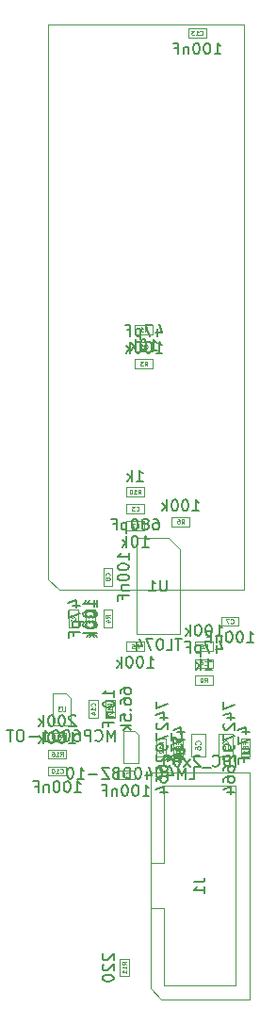
<source format=gbr>
%TF.GenerationSoftware,KiCad,Pcbnew,6.0.11+dfsg-1~bpo11+1*%
%TF.CreationDate,2023-04-14T10:24:11+08:00*%
%TF.ProjectId,MiniVerb - Main,4d696e69-5665-4726-9220-2d204d61696e,rev?*%
%TF.SameCoordinates,Original*%
%TF.FileFunction,AssemblyDrawing,Bot*%
%FSLAX46Y46*%
G04 Gerber Fmt 4.6, Leading zero omitted, Abs format (unit mm)*
G04 Created by KiCad (PCBNEW 6.0.11+dfsg-1~bpo11+1) date 2023-04-14 10:24:11*
%MOMM*%
%LPD*%
G01*
G04 APERTURE LIST*
%ADD10C,0.150000*%
%ADD11C,0.060000*%
%ADD12C,0.080000*%
%ADD13C,0.100000*%
G04 APERTURE END LIST*
D10*
%TO.C,R2*%
X165642380Y-102893571D02*
X165642380Y-102322142D01*
X165642380Y-102607857D02*
X164642380Y-102607857D01*
X164785238Y-102512619D01*
X164880476Y-102417380D01*
X164928095Y-102322142D01*
X164642380Y-103512619D02*
X164642380Y-103607857D01*
X164690000Y-103703095D01*
X164737619Y-103750714D01*
X164832857Y-103798333D01*
X165023333Y-103845952D01*
X165261428Y-103845952D01*
X165451904Y-103798333D01*
X165547142Y-103750714D01*
X165594761Y-103703095D01*
X165642380Y-103607857D01*
X165642380Y-103512619D01*
X165594761Y-103417380D01*
X165547142Y-103369761D01*
X165451904Y-103322142D01*
X165261428Y-103274523D01*
X165023333Y-103274523D01*
X164832857Y-103322142D01*
X164737619Y-103369761D01*
X164690000Y-103417380D01*
X164642380Y-103512619D01*
X164642380Y-104465000D02*
X164642380Y-104560238D01*
X164690000Y-104655476D01*
X164737619Y-104703095D01*
X164832857Y-104750714D01*
X165023333Y-104798333D01*
X165261428Y-104798333D01*
X165451904Y-104750714D01*
X165547142Y-104703095D01*
X165594761Y-104655476D01*
X165642380Y-104560238D01*
X165642380Y-104465000D01*
X165594761Y-104369761D01*
X165547142Y-104322142D01*
X165451904Y-104274523D01*
X165261428Y-104226904D01*
X165023333Y-104226904D01*
X164832857Y-104274523D01*
X164737619Y-104322142D01*
X164690000Y-104369761D01*
X164642380Y-104465000D01*
X165642380Y-105226904D02*
X164642380Y-105226904D01*
X165261428Y-105322142D02*
X165642380Y-105607857D01*
X164975714Y-105607857D02*
X165356666Y-105226904D01*
D11*
X163940952Y-103898333D02*
X163750476Y-103765000D01*
X163940952Y-103669761D02*
X163540952Y-103669761D01*
X163540952Y-103822142D01*
X163560000Y-103860238D01*
X163579047Y-103879285D01*
X163617142Y-103898333D01*
X163674285Y-103898333D01*
X163712380Y-103879285D01*
X163731428Y-103860238D01*
X163750476Y-103822142D01*
X163750476Y-103669761D01*
X163579047Y-104050714D02*
X163560000Y-104069761D01*
X163540952Y-104107857D01*
X163540952Y-104203095D01*
X163560000Y-104241190D01*
X163579047Y-104260238D01*
X163617142Y-104279285D01*
X163655238Y-104279285D01*
X163712380Y-104260238D01*
X163940952Y-104031666D01*
X163940952Y-104279285D01*
D10*
%TO.C,R12*%
X172531447Y-114260218D02*
X172531447Y-114879266D01*
X172912400Y-114545933D01*
X172912400Y-114688790D01*
X172960019Y-114784028D01*
X173007638Y-114831647D01*
X173102876Y-114879266D01*
X173340971Y-114879266D01*
X173436209Y-114831647D01*
X173483828Y-114784028D01*
X173531447Y-114688790D01*
X173531447Y-114403075D01*
X173483828Y-114307837D01*
X173436209Y-114260218D01*
X172531447Y-115212599D02*
X172531447Y-115831647D01*
X172912400Y-115498313D01*
X172912400Y-115641171D01*
X172960019Y-115736409D01*
X173007638Y-115784028D01*
X173102876Y-115831647D01*
X173340971Y-115831647D01*
X173436209Y-115784028D01*
X173483828Y-115736409D01*
X173531447Y-115641171D01*
X173531447Y-115355456D01*
X173483828Y-115260218D01*
X173436209Y-115212599D01*
X172531447Y-116450694D02*
X172531447Y-116545933D01*
X172579067Y-116641171D01*
X172626686Y-116688790D01*
X172721924Y-116736409D01*
X172912400Y-116784028D01*
X173150495Y-116784028D01*
X173340971Y-116736409D01*
X173436209Y-116688790D01*
X173483828Y-116641171D01*
X173531447Y-116545933D01*
X173531447Y-116450694D01*
X173483828Y-116355456D01*
X173436209Y-116307837D01*
X173340971Y-116260218D01*
X173150495Y-116212599D01*
X172912400Y-116212599D01*
X172721924Y-116260218D01*
X172626686Y-116307837D01*
X172579067Y-116355456D01*
X172531447Y-116450694D01*
D11*
X171830019Y-115288790D02*
X171639543Y-115155456D01*
X171830019Y-115060218D02*
X171430019Y-115060218D01*
X171430019Y-115212599D01*
X171449067Y-115250694D01*
X171468114Y-115269742D01*
X171506209Y-115288790D01*
X171563352Y-115288790D01*
X171601447Y-115269742D01*
X171620495Y-115250694D01*
X171639543Y-115212599D01*
X171639543Y-115060218D01*
X171830019Y-115669742D02*
X171830019Y-115441171D01*
X171830019Y-115555456D02*
X171430019Y-115555456D01*
X171487162Y-115517361D01*
X171525257Y-115479266D01*
X171544305Y-115441171D01*
X171468114Y-115822123D02*
X171449067Y-115841171D01*
X171430019Y-115879266D01*
X171430019Y-115974504D01*
X171449067Y-116012599D01*
X171468114Y-116031647D01*
X171506209Y-116050694D01*
X171544305Y-116050694D01*
X171601447Y-116031647D01*
X171830019Y-115803075D01*
X171830019Y-116050694D01*
D10*
%TO.C,R9*%
X175603993Y-108546692D02*
X176175422Y-108546692D01*
X175889707Y-108546692D02*
X175889707Y-107546692D01*
X175984946Y-107689550D01*
X176080184Y-107784788D01*
X176175422Y-107832407D01*
X175175422Y-108546692D02*
X175175422Y-107546692D01*
X175080184Y-108165740D02*
X174794469Y-108546692D01*
X174794469Y-107880026D02*
X175175422Y-108260978D01*
D11*
X175551612Y-109705264D02*
X175684946Y-109514788D01*
X175780184Y-109705264D02*
X175780184Y-109305264D01*
X175627803Y-109305264D01*
X175589707Y-109324312D01*
X175570660Y-109343359D01*
X175551612Y-109381454D01*
X175551612Y-109438597D01*
X175570660Y-109476692D01*
X175589707Y-109495740D01*
X175627803Y-109514788D01*
X175780184Y-109514788D01*
X175361136Y-109705264D02*
X175284946Y-109705264D01*
X175246850Y-109686216D01*
X175227803Y-109667169D01*
X175189707Y-109610026D01*
X175170660Y-109533835D01*
X175170660Y-109381454D01*
X175189707Y-109343359D01*
X175208755Y-109324312D01*
X175246850Y-109305264D01*
X175323041Y-109305264D01*
X175361136Y-109324312D01*
X175380184Y-109343359D01*
X175399231Y-109381454D01*
X175399231Y-109476692D01*
X175380184Y-109514788D01*
X175361136Y-109533835D01*
X175323041Y-109552883D01*
X175246850Y-109552883D01*
X175208755Y-109533835D01*
X175189707Y-109514788D01*
X175170660Y-109476692D01*
D10*
%TO.C,U3*%
X167460971Y-114973313D02*
X167460971Y-113973313D01*
X167127638Y-114687599D01*
X166794305Y-113973313D01*
X166794305Y-114973313D01*
X165746686Y-114878075D02*
X165794305Y-114925694D01*
X165937162Y-114973313D01*
X166032400Y-114973313D01*
X166175257Y-114925694D01*
X166270495Y-114830456D01*
X166318114Y-114735218D01*
X166365733Y-114544742D01*
X166365733Y-114401885D01*
X166318114Y-114211409D01*
X166270495Y-114116171D01*
X166175257Y-114020933D01*
X166032400Y-113973313D01*
X165937162Y-113973313D01*
X165794305Y-114020933D01*
X165746686Y-114068552D01*
X165318114Y-114973313D02*
X165318114Y-113973313D01*
X164937162Y-113973313D01*
X164841924Y-114020933D01*
X164794305Y-114068552D01*
X164746686Y-114163790D01*
X164746686Y-114306647D01*
X164794305Y-114401885D01*
X164841924Y-114449504D01*
X164937162Y-114497123D01*
X165318114Y-114497123D01*
X163889543Y-113973313D02*
X164080019Y-113973313D01*
X164175257Y-114020933D01*
X164222876Y-114068552D01*
X164318114Y-114211409D01*
X164365733Y-114401885D01*
X164365733Y-114782837D01*
X164318114Y-114878075D01*
X164270495Y-114925694D01*
X164175257Y-114973313D01*
X163984781Y-114973313D01*
X163889543Y-114925694D01*
X163841924Y-114878075D01*
X163794305Y-114782837D01*
X163794305Y-114544742D01*
X163841924Y-114449504D01*
X163889543Y-114401885D01*
X163984781Y-114354266D01*
X164175257Y-114354266D01*
X164270495Y-114401885D01*
X164318114Y-114449504D01*
X164365733Y-114544742D01*
X163175257Y-113973313D02*
X163080019Y-113973313D01*
X162984781Y-114020933D01*
X162937162Y-114068552D01*
X162889543Y-114163790D01*
X162841924Y-114354266D01*
X162841924Y-114592361D01*
X162889543Y-114782837D01*
X162937162Y-114878075D01*
X162984781Y-114925694D01*
X163080019Y-114973313D01*
X163175257Y-114973313D01*
X163270495Y-114925694D01*
X163318114Y-114878075D01*
X163365733Y-114782837D01*
X163413352Y-114592361D01*
X163413352Y-114354266D01*
X163365733Y-114163790D01*
X163318114Y-114068552D01*
X163270495Y-114020933D01*
X163175257Y-113973313D01*
X162222876Y-113973313D02*
X162127638Y-113973313D01*
X162032400Y-114020933D01*
X161984781Y-114068552D01*
X161937162Y-114163790D01*
X161889543Y-114354266D01*
X161889543Y-114592361D01*
X161937162Y-114782837D01*
X161984781Y-114878075D01*
X162032400Y-114925694D01*
X162127638Y-114973313D01*
X162222876Y-114973313D01*
X162318114Y-114925694D01*
X162365733Y-114878075D01*
X162413352Y-114782837D01*
X162460971Y-114592361D01*
X162460971Y-114354266D01*
X162413352Y-114163790D01*
X162365733Y-114068552D01*
X162318114Y-114020933D01*
X162222876Y-113973313D01*
X160937162Y-114973313D02*
X161508590Y-114973313D01*
X161222876Y-114973313D02*
X161222876Y-113973313D01*
X161318114Y-114116171D01*
X161413352Y-114211409D01*
X161508590Y-114259028D01*
X160508590Y-114592361D02*
X159746686Y-114592361D01*
X159080019Y-113973313D02*
X158889543Y-113973313D01*
X158794305Y-114020933D01*
X158699067Y-114116171D01*
X158651447Y-114306647D01*
X158651447Y-114639980D01*
X158699067Y-114830456D01*
X158794305Y-114925694D01*
X158889543Y-114973313D01*
X159080019Y-114973313D01*
X159175257Y-114925694D01*
X159270495Y-114830456D01*
X159318114Y-114639980D01*
X159318114Y-114306647D01*
X159270495Y-114116171D01*
X159175257Y-114020933D01*
X159080019Y-113973313D01*
X158365733Y-113973313D02*
X157794305Y-113973313D01*
X158080019Y-114973313D02*
X158080019Y-113973313D01*
D11*
X163003828Y-111901885D02*
X163003828Y-112225694D01*
X162984781Y-112263790D01*
X162965733Y-112282837D01*
X162927638Y-112301885D01*
X162851447Y-112301885D01*
X162813352Y-112282837D01*
X162794305Y-112263790D01*
X162775257Y-112225694D01*
X162775257Y-111901885D01*
X162622876Y-111901885D02*
X162375257Y-111901885D01*
X162508590Y-112054266D01*
X162451447Y-112054266D01*
X162413352Y-112073313D01*
X162394305Y-112092361D01*
X162375257Y-112130456D01*
X162375257Y-112225694D01*
X162394305Y-112263790D01*
X162413352Y-112282837D01*
X162451447Y-112301885D01*
X162565733Y-112301885D01*
X162603828Y-112282837D01*
X162622876Y-112263790D01*
D10*
%TO.C,C3*%
X170975357Y-94987380D02*
X171165833Y-94987380D01*
X171261071Y-95035000D01*
X171308690Y-95082619D01*
X171403928Y-95225476D01*
X171451547Y-95415952D01*
X171451547Y-95796904D01*
X171403928Y-95892142D01*
X171356309Y-95939761D01*
X171261071Y-95987380D01*
X171070595Y-95987380D01*
X170975357Y-95939761D01*
X170927738Y-95892142D01*
X170880119Y-95796904D01*
X170880119Y-95558809D01*
X170927738Y-95463571D01*
X170975357Y-95415952D01*
X171070595Y-95368333D01*
X171261071Y-95368333D01*
X171356309Y-95415952D01*
X171403928Y-95463571D01*
X171451547Y-95558809D01*
X170308690Y-95415952D02*
X170403928Y-95368333D01*
X170451547Y-95320714D01*
X170499166Y-95225476D01*
X170499166Y-95177857D01*
X170451547Y-95082619D01*
X170403928Y-95035000D01*
X170308690Y-94987380D01*
X170118214Y-94987380D01*
X170022976Y-95035000D01*
X169975357Y-95082619D01*
X169927738Y-95177857D01*
X169927738Y-95225476D01*
X169975357Y-95320714D01*
X170022976Y-95368333D01*
X170118214Y-95415952D01*
X170308690Y-95415952D01*
X170403928Y-95463571D01*
X170451547Y-95511190D01*
X170499166Y-95606428D01*
X170499166Y-95796904D01*
X170451547Y-95892142D01*
X170403928Y-95939761D01*
X170308690Y-95987380D01*
X170118214Y-95987380D01*
X170022976Y-95939761D01*
X169975357Y-95892142D01*
X169927738Y-95796904D01*
X169927738Y-95606428D01*
X169975357Y-95511190D01*
X170022976Y-95463571D01*
X170118214Y-95415952D01*
X169308690Y-94987380D02*
X169213452Y-94987380D01*
X169118214Y-95035000D01*
X169070595Y-95082619D01*
X169022976Y-95177857D01*
X168975357Y-95368333D01*
X168975357Y-95606428D01*
X169022976Y-95796904D01*
X169070595Y-95892142D01*
X169118214Y-95939761D01*
X169213452Y-95987380D01*
X169308690Y-95987380D01*
X169403928Y-95939761D01*
X169451547Y-95892142D01*
X169499166Y-95796904D01*
X169546785Y-95606428D01*
X169546785Y-95368333D01*
X169499166Y-95177857D01*
X169451547Y-95082619D01*
X169403928Y-95035000D01*
X169308690Y-94987380D01*
X168546785Y-95320714D02*
X168546785Y-96320714D01*
X168546785Y-95368333D02*
X168451547Y-95320714D01*
X168261071Y-95320714D01*
X168165833Y-95368333D01*
X168118214Y-95415952D01*
X168070595Y-95511190D01*
X168070595Y-95796904D01*
X168118214Y-95892142D01*
X168165833Y-95939761D01*
X168261071Y-95987380D01*
X168451547Y-95987380D01*
X168546785Y-95939761D01*
X167308690Y-95463571D02*
X167642023Y-95463571D01*
X167642023Y-95987380D02*
X167642023Y-94987380D01*
X167165833Y-94987380D01*
D11*
X169399166Y-94247857D02*
X169418214Y-94266904D01*
X169475357Y-94285952D01*
X169513452Y-94285952D01*
X169570595Y-94266904D01*
X169608690Y-94228809D01*
X169627738Y-94190714D01*
X169646785Y-94114523D01*
X169646785Y-94057380D01*
X169627738Y-93981190D01*
X169608690Y-93943095D01*
X169570595Y-93905000D01*
X169513452Y-93885952D01*
X169475357Y-93885952D01*
X169418214Y-93905000D01*
X169399166Y-93924047D01*
X169265833Y-93885952D02*
X169018214Y-93885952D01*
X169151547Y-94038333D01*
X169094404Y-94038333D01*
X169056309Y-94057380D01*
X169037261Y-94076428D01*
X169018214Y-94114523D01*
X169018214Y-94209761D01*
X169037261Y-94247857D01*
X169056309Y-94266904D01*
X169094404Y-94285952D01*
X169208690Y-94285952D01*
X169246785Y-94266904D01*
X169265833Y-94247857D01*
D10*
%TO.C,C1*%
X171266666Y-77885714D02*
X171266666Y-78552380D01*
X171504761Y-77504761D02*
X171742857Y-78219047D01*
X171123809Y-78219047D01*
X170838095Y-77552380D02*
X170171428Y-77552380D01*
X170600000Y-78552380D01*
X169790476Y-77885714D02*
X169790476Y-78885714D01*
X169790476Y-77933333D02*
X169695238Y-77885714D01*
X169504761Y-77885714D01*
X169409523Y-77933333D01*
X169361904Y-77980952D01*
X169314285Y-78076190D01*
X169314285Y-78361904D01*
X169361904Y-78457142D01*
X169409523Y-78504761D01*
X169504761Y-78552380D01*
X169695238Y-78552380D01*
X169790476Y-78504761D01*
X168552380Y-78028571D02*
X168885714Y-78028571D01*
X168885714Y-78552380D02*
X168885714Y-77552380D01*
X168409523Y-77552380D01*
D11*
X170166666Y-79672857D02*
X170185714Y-79691904D01*
X170242857Y-79710952D01*
X170280952Y-79710952D01*
X170338095Y-79691904D01*
X170376190Y-79653809D01*
X170395238Y-79615714D01*
X170414285Y-79539523D01*
X170414285Y-79482380D01*
X170395238Y-79406190D01*
X170376190Y-79368095D01*
X170338095Y-79330000D01*
X170280952Y-79310952D01*
X170242857Y-79310952D01*
X170185714Y-79330000D01*
X170166666Y-79349047D01*
X169785714Y-79710952D02*
X170014285Y-79710952D01*
X169900000Y-79710952D02*
X169900000Y-79310952D01*
X169938095Y-79368095D01*
X169976190Y-79406190D01*
X170014285Y-79425238D01*
D10*
%TO.C,R6*%
X174471428Y-94272380D02*
X175042857Y-94272380D01*
X174757142Y-94272380D02*
X174757142Y-93272380D01*
X174852380Y-93415238D01*
X174947619Y-93510476D01*
X175042857Y-93558095D01*
X173852380Y-93272380D02*
X173757142Y-93272380D01*
X173661904Y-93320000D01*
X173614285Y-93367619D01*
X173566666Y-93462857D01*
X173519047Y-93653333D01*
X173519047Y-93891428D01*
X173566666Y-94081904D01*
X173614285Y-94177142D01*
X173661904Y-94224761D01*
X173757142Y-94272380D01*
X173852380Y-94272380D01*
X173947619Y-94224761D01*
X173995238Y-94177142D01*
X174042857Y-94081904D01*
X174090476Y-93891428D01*
X174090476Y-93653333D01*
X174042857Y-93462857D01*
X173995238Y-93367619D01*
X173947619Y-93320000D01*
X173852380Y-93272380D01*
X172900000Y-93272380D02*
X172804761Y-93272380D01*
X172709523Y-93320000D01*
X172661904Y-93367619D01*
X172614285Y-93462857D01*
X172566666Y-93653333D01*
X172566666Y-93891428D01*
X172614285Y-94081904D01*
X172661904Y-94177142D01*
X172709523Y-94224761D01*
X172804761Y-94272380D01*
X172900000Y-94272380D01*
X172995238Y-94224761D01*
X173042857Y-94177142D01*
X173090476Y-94081904D01*
X173138095Y-93891428D01*
X173138095Y-93653333D01*
X173090476Y-93462857D01*
X173042857Y-93367619D01*
X172995238Y-93320000D01*
X172900000Y-93272380D01*
X172138095Y-94272380D02*
X172138095Y-93272380D01*
X172042857Y-93891428D02*
X171757142Y-94272380D01*
X171757142Y-93605714D02*
X172138095Y-93986666D01*
D11*
X173466666Y-95430952D02*
X173600000Y-95240476D01*
X173695238Y-95430952D02*
X173695238Y-95030952D01*
X173542857Y-95030952D01*
X173504761Y-95050000D01*
X173485714Y-95069047D01*
X173466666Y-95107142D01*
X173466666Y-95164285D01*
X173485714Y-95202380D01*
X173504761Y-95221428D01*
X173542857Y-95240476D01*
X173695238Y-95240476D01*
X173123809Y-95030952D02*
X173200000Y-95030952D01*
X173238095Y-95050000D01*
X173257142Y-95069047D01*
X173295238Y-95126190D01*
X173314285Y-95202380D01*
X173314285Y-95354761D01*
X173295238Y-95392857D01*
X173276190Y-95411904D01*
X173238095Y-95430952D01*
X173161904Y-95430952D01*
X173123809Y-95411904D01*
X173104761Y-95392857D01*
X173085714Y-95354761D01*
X173085714Y-95259523D01*
X173104761Y-95221428D01*
X173123809Y-95202380D01*
X173161904Y-95183333D01*
X173238095Y-95183333D01*
X173276190Y-95202380D01*
X173295238Y-95221428D01*
X173314285Y-95259523D01*
D10*
%TO.C,C13*%
X176434186Y-53228313D02*
X177005614Y-53228313D01*
X176719900Y-53228313D02*
X176719900Y-52228313D01*
X176815138Y-52371171D01*
X176910376Y-52466409D01*
X177005614Y-52514028D01*
X175815138Y-52228313D02*
X175719900Y-52228313D01*
X175624662Y-52275933D01*
X175577043Y-52323552D01*
X175529424Y-52418790D01*
X175481805Y-52609266D01*
X175481805Y-52847361D01*
X175529424Y-53037837D01*
X175577043Y-53133075D01*
X175624662Y-53180694D01*
X175719900Y-53228313D01*
X175815138Y-53228313D01*
X175910376Y-53180694D01*
X175957995Y-53133075D01*
X176005614Y-53037837D01*
X176053233Y-52847361D01*
X176053233Y-52609266D01*
X176005614Y-52418790D01*
X175957995Y-52323552D01*
X175910376Y-52275933D01*
X175815138Y-52228313D01*
X174862757Y-52228313D02*
X174767519Y-52228313D01*
X174672281Y-52275933D01*
X174624662Y-52323552D01*
X174577043Y-52418790D01*
X174529424Y-52609266D01*
X174529424Y-52847361D01*
X174577043Y-53037837D01*
X174624662Y-53133075D01*
X174672281Y-53180694D01*
X174767519Y-53228313D01*
X174862757Y-53228313D01*
X174957995Y-53180694D01*
X175005614Y-53133075D01*
X175053233Y-53037837D01*
X175100852Y-52847361D01*
X175100852Y-52609266D01*
X175053233Y-52418790D01*
X175005614Y-52323552D01*
X174957995Y-52275933D01*
X174862757Y-52228313D01*
X174100852Y-52561647D02*
X174100852Y-53228313D01*
X174100852Y-52656885D02*
X174053233Y-52609266D01*
X173957995Y-52561647D01*
X173815138Y-52561647D01*
X173719900Y-52609266D01*
X173672281Y-52704504D01*
X173672281Y-53228313D01*
X172862757Y-52704504D02*
X173196090Y-52704504D01*
X173196090Y-53228313D02*
X173196090Y-52228313D01*
X172719900Y-52228313D01*
D11*
X175143709Y-51488790D02*
X175162757Y-51507837D01*
X175219900Y-51526885D01*
X175257995Y-51526885D01*
X175315138Y-51507837D01*
X175353233Y-51469742D01*
X175372281Y-51431647D01*
X175391328Y-51355456D01*
X175391328Y-51298313D01*
X175372281Y-51222123D01*
X175353233Y-51184028D01*
X175315138Y-51145933D01*
X175257995Y-51126885D01*
X175219900Y-51126885D01*
X175162757Y-51145933D01*
X175143709Y-51164980D01*
X174762757Y-51526885D02*
X174991328Y-51526885D01*
X174877043Y-51526885D02*
X174877043Y-51126885D01*
X174915138Y-51184028D01*
X174953233Y-51222123D01*
X174991328Y-51241171D01*
X174629424Y-51126885D02*
X174381805Y-51126885D01*
X174515138Y-51279266D01*
X174457995Y-51279266D01*
X174419900Y-51298313D01*
X174400852Y-51317361D01*
X174381805Y-51355456D01*
X174381805Y-51450694D01*
X174400852Y-51488790D01*
X174419900Y-51507837D01*
X174457995Y-51526885D01*
X174572281Y-51526885D01*
X174610376Y-51507837D01*
X174629424Y-51488790D01*
D10*
%TO.C,R13*%
X163954424Y-112738552D02*
X163906805Y-112690933D01*
X163811567Y-112643313D01*
X163573471Y-112643313D01*
X163478233Y-112690933D01*
X163430614Y-112738552D01*
X163382995Y-112833790D01*
X163382995Y-112929028D01*
X163430614Y-113071885D01*
X164002043Y-113643313D01*
X163382995Y-113643313D01*
X162763947Y-112643313D02*
X162668709Y-112643313D01*
X162573471Y-112690933D01*
X162525852Y-112738552D01*
X162478233Y-112833790D01*
X162430614Y-113024266D01*
X162430614Y-113262361D01*
X162478233Y-113452837D01*
X162525852Y-113548075D01*
X162573471Y-113595694D01*
X162668709Y-113643313D01*
X162763947Y-113643313D01*
X162859186Y-113595694D01*
X162906805Y-113548075D01*
X162954424Y-113452837D01*
X163002043Y-113262361D01*
X163002043Y-113024266D01*
X162954424Y-112833790D01*
X162906805Y-112738552D01*
X162859186Y-112690933D01*
X162763947Y-112643313D01*
X161811567Y-112643313D02*
X161716328Y-112643313D01*
X161621090Y-112690933D01*
X161573471Y-112738552D01*
X161525852Y-112833790D01*
X161478233Y-113024266D01*
X161478233Y-113262361D01*
X161525852Y-113452837D01*
X161573471Y-113548075D01*
X161621090Y-113595694D01*
X161716328Y-113643313D01*
X161811567Y-113643313D01*
X161906805Y-113595694D01*
X161954424Y-113548075D01*
X162002043Y-113452837D01*
X162049662Y-113262361D01*
X162049662Y-113024266D01*
X162002043Y-112833790D01*
X161954424Y-112738552D01*
X161906805Y-112690933D01*
X161811567Y-112643313D01*
X161049662Y-113643313D02*
X161049662Y-112643313D01*
X160954424Y-113262361D02*
X160668709Y-113643313D01*
X160668709Y-112976647D02*
X161049662Y-113357599D01*
D11*
X162568709Y-114801885D02*
X162702043Y-114611409D01*
X162797281Y-114801885D02*
X162797281Y-114401885D01*
X162644900Y-114401885D01*
X162606805Y-114420933D01*
X162587757Y-114439980D01*
X162568709Y-114478075D01*
X162568709Y-114535218D01*
X162587757Y-114573313D01*
X162606805Y-114592361D01*
X162644900Y-114611409D01*
X162797281Y-114611409D01*
X162187757Y-114801885D02*
X162416328Y-114801885D01*
X162302043Y-114801885D02*
X162302043Y-114401885D01*
X162340138Y-114459028D01*
X162378233Y-114497123D01*
X162416328Y-114516171D01*
X162054424Y-114401885D02*
X161806805Y-114401885D01*
X161940138Y-114554266D01*
X161882995Y-114554266D01*
X161844900Y-114573313D01*
X161825852Y-114592361D01*
X161806805Y-114630456D01*
X161806805Y-114725694D01*
X161825852Y-114763790D01*
X161844900Y-114782837D01*
X161882995Y-114801885D01*
X161997281Y-114801885D01*
X162035376Y-114782837D01*
X162054424Y-114763790D01*
D10*
%TO.C,U2*%
X174138352Y-118348313D02*
X174614543Y-118348313D01*
X174614543Y-117348313D01*
X173805019Y-118348313D02*
X173805019Y-117348313D01*
X173471686Y-118062599D01*
X173138352Y-117348313D01*
X173138352Y-118348313D01*
X172233590Y-117681647D02*
X172233590Y-118348313D01*
X172471686Y-117300694D02*
X172709781Y-118014980D01*
X172090733Y-118014980D01*
X171519305Y-117348313D02*
X171424067Y-117348313D01*
X171328828Y-117395933D01*
X171281209Y-117443552D01*
X171233590Y-117538790D01*
X171185971Y-117729266D01*
X171185971Y-117967361D01*
X171233590Y-118157837D01*
X171281209Y-118253075D01*
X171328828Y-118300694D01*
X171424067Y-118348313D01*
X171519305Y-118348313D01*
X171614543Y-118300694D01*
X171662162Y-118253075D01*
X171709781Y-118157837D01*
X171757400Y-117967361D01*
X171757400Y-117729266D01*
X171709781Y-117538790D01*
X171662162Y-117443552D01*
X171614543Y-117395933D01*
X171519305Y-117348313D01*
X170328828Y-117681647D02*
X170328828Y-118348313D01*
X170566924Y-117300694D02*
X170805019Y-118014980D01*
X170185971Y-118014980D01*
X169614543Y-117348313D02*
X169519305Y-117348313D01*
X169424067Y-117395933D01*
X169376447Y-117443552D01*
X169328828Y-117538790D01*
X169281209Y-117729266D01*
X169281209Y-117967361D01*
X169328828Y-118157837D01*
X169376447Y-118253075D01*
X169424067Y-118300694D01*
X169519305Y-118348313D01*
X169614543Y-118348313D01*
X169709781Y-118300694D01*
X169757400Y-118253075D01*
X169805019Y-118157837D01*
X169852638Y-117967361D01*
X169852638Y-117729266D01*
X169805019Y-117538790D01*
X169757400Y-117443552D01*
X169709781Y-117395933D01*
X169614543Y-117348313D01*
X168852638Y-118348313D02*
X168852638Y-117348313D01*
X168614543Y-117348313D01*
X168471686Y-117395933D01*
X168376447Y-117491171D01*
X168328828Y-117586409D01*
X168281209Y-117776885D01*
X168281209Y-117919742D01*
X168328828Y-118110218D01*
X168376447Y-118205456D01*
X168471686Y-118300694D01*
X168614543Y-118348313D01*
X168852638Y-118348313D01*
X167519305Y-117824504D02*
X167376447Y-117872123D01*
X167328828Y-117919742D01*
X167281209Y-118014980D01*
X167281209Y-118157837D01*
X167328828Y-118253075D01*
X167376447Y-118300694D01*
X167471686Y-118348313D01*
X167852638Y-118348313D01*
X167852638Y-117348313D01*
X167519305Y-117348313D01*
X167424067Y-117395933D01*
X167376447Y-117443552D01*
X167328828Y-117538790D01*
X167328828Y-117634028D01*
X167376447Y-117729266D01*
X167424067Y-117776885D01*
X167519305Y-117824504D01*
X167852638Y-117824504D01*
X166947876Y-117348313D02*
X166281209Y-117348313D01*
X166947876Y-118348313D01*
X166281209Y-118348313D01*
X165900257Y-117967361D02*
X165138352Y-117967361D01*
X164138352Y-118348313D02*
X164709781Y-118348313D01*
X164424067Y-118348313D02*
X164424067Y-117348313D01*
X164519305Y-117491171D01*
X164614543Y-117586409D01*
X164709781Y-117634028D01*
X163519305Y-117348313D02*
X163424067Y-117348313D01*
X163328828Y-117395933D01*
X163281209Y-117443552D01*
X163233590Y-117538790D01*
X163185971Y-117729266D01*
X163185971Y-117967361D01*
X163233590Y-118157837D01*
X163281209Y-118253075D01*
X163328828Y-118300694D01*
X163424067Y-118348313D01*
X163519305Y-118348313D01*
X163614543Y-118300694D01*
X163662162Y-118253075D01*
X163709781Y-118157837D01*
X163757400Y-117967361D01*
X163757400Y-117729266D01*
X163709781Y-117538790D01*
X163662162Y-117443552D01*
X163614543Y-117395933D01*
X163519305Y-117348313D01*
%TO.C,R1*%
X170695238Y-79882380D02*
X171266666Y-79882380D01*
X170980952Y-79882380D02*
X170980952Y-78882380D01*
X171076190Y-79025238D01*
X171171428Y-79120476D01*
X171266666Y-79168095D01*
X170076190Y-78882380D02*
X169980952Y-78882380D01*
X169885714Y-78930000D01*
X169838095Y-78977619D01*
X169790476Y-79072857D01*
X169742857Y-79263333D01*
X169742857Y-79501428D01*
X169790476Y-79691904D01*
X169838095Y-79787142D01*
X169885714Y-79834761D01*
X169980952Y-79882380D01*
X170076190Y-79882380D01*
X170171428Y-79834761D01*
X170219047Y-79787142D01*
X170266666Y-79691904D01*
X170314285Y-79501428D01*
X170314285Y-79263333D01*
X170266666Y-79072857D01*
X170219047Y-78977619D01*
X170171428Y-78930000D01*
X170076190Y-78882380D01*
X169314285Y-79882380D02*
X169314285Y-78882380D01*
X169219047Y-79501428D02*
X168933333Y-79882380D01*
X168933333Y-79215714D02*
X169314285Y-79596666D01*
D11*
X170166666Y-78180952D02*
X170300000Y-77990476D01*
X170395238Y-78180952D02*
X170395238Y-77780952D01*
X170242857Y-77780952D01*
X170204761Y-77800000D01*
X170185714Y-77819047D01*
X170166666Y-77857142D01*
X170166666Y-77914285D01*
X170185714Y-77952380D01*
X170204761Y-77971428D01*
X170242857Y-77990476D01*
X170395238Y-77990476D01*
X169785714Y-78180952D02*
X170014285Y-78180952D01*
X169900000Y-78180952D02*
X169900000Y-77780952D01*
X169938095Y-77838095D01*
X169976190Y-77876190D01*
X170014285Y-77895238D01*
D10*
%TO.C,R5*%
X170396428Y-108357380D02*
X170967857Y-108357380D01*
X170682142Y-108357380D02*
X170682142Y-107357380D01*
X170777380Y-107500238D01*
X170872619Y-107595476D01*
X170967857Y-107643095D01*
X169777380Y-107357380D02*
X169682142Y-107357380D01*
X169586904Y-107405000D01*
X169539285Y-107452619D01*
X169491666Y-107547857D01*
X169444047Y-107738333D01*
X169444047Y-107976428D01*
X169491666Y-108166904D01*
X169539285Y-108262142D01*
X169586904Y-108309761D01*
X169682142Y-108357380D01*
X169777380Y-108357380D01*
X169872619Y-108309761D01*
X169920238Y-108262142D01*
X169967857Y-108166904D01*
X170015476Y-107976428D01*
X170015476Y-107738333D01*
X169967857Y-107547857D01*
X169920238Y-107452619D01*
X169872619Y-107405000D01*
X169777380Y-107357380D01*
X168825000Y-107357380D02*
X168729761Y-107357380D01*
X168634523Y-107405000D01*
X168586904Y-107452619D01*
X168539285Y-107547857D01*
X168491666Y-107738333D01*
X168491666Y-107976428D01*
X168539285Y-108166904D01*
X168586904Y-108262142D01*
X168634523Y-108309761D01*
X168729761Y-108357380D01*
X168825000Y-108357380D01*
X168920238Y-108309761D01*
X168967857Y-108262142D01*
X169015476Y-108166904D01*
X169063095Y-107976428D01*
X169063095Y-107738333D01*
X169015476Y-107547857D01*
X168967857Y-107452619D01*
X168920238Y-107405000D01*
X168825000Y-107357380D01*
X168063095Y-108357380D02*
X168063095Y-107357380D01*
X167967857Y-107976428D02*
X167682142Y-108357380D01*
X167682142Y-107690714D02*
X168063095Y-108071666D01*
D11*
X169391666Y-106655952D02*
X169525000Y-106465476D01*
X169620238Y-106655952D02*
X169620238Y-106255952D01*
X169467857Y-106255952D01*
X169429761Y-106275000D01*
X169410714Y-106294047D01*
X169391666Y-106332142D01*
X169391666Y-106389285D01*
X169410714Y-106427380D01*
X169429761Y-106446428D01*
X169467857Y-106465476D01*
X169620238Y-106465476D01*
X169029761Y-106255952D02*
X169220238Y-106255952D01*
X169239285Y-106446428D01*
X169220238Y-106427380D01*
X169182142Y-106408333D01*
X169086904Y-106408333D01*
X169048809Y-106427380D01*
X169029761Y-106446428D01*
X169010714Y-106484523D01*
X169010714Y-106579761D01*
X169029761Y-106617857D01*
X169048809Y-106636904D01*
X169086904Y-106655952D01*
X169182142Y-106655952D01*
X169220238Y-106636904D01*
X169239285Y-106617857D01*
D10*
%TO.C,C5*%
X178914781Y-114179266D02*
X179581447Y-114179266D01*
X178533828Y-113941171D02*
X179248114Y-113703075D01*
X179248114Y-114322123D01*
X178581447Y-114607837D02*
X178581447Y-115274504D01*
X179581447Y-114845933D01*
X178914781Y-116084028D02*
X179581447Y-116084028D01*
X178914781Y-115655456D02*
X179438590Y-115655456D01*
X179533828Y-115703075D01*
X179581447Y-115798313D01*
X179581447Y-115941171D01*
X179533828Y-116036409D01*
X179486209Y-116084028D01*
X179057638Y-116893552D02*
X179057638Y-116560218D01*
X179581447Y-116560218D02*
X178581447Y-116560218D01*
X178581447Y-117036409D01*
D12*
X177627638Y-115262599D02*
X177651447Y-115238790D01*
X177675257Y-115167361D01*
X177675257Y-115119742D01*
X177651447Y-115048313D01*
X177603828Y-115000694D01*
X177556209Y-114976885D01*
X177460971Y-114953075D01*
X177389543Y-114953075D01*
X177294305Y-114976885D01*
X177246686Y-115000694D01*
X177199067Y-115048313D01*
X177175257Y-115119742D01*
X177175257Y-115167361D01*
X177199067Y-115238790D01*
X177222876Y-115262599D01*
X177175257Y-115714980D02*
X177175257Y-115476885D01*
X177413352Y-115453075D01*
X177389543Y-115476885D01*
X177365733Y-115524504D01*
X177365733Y-115643552D01*
X177389543Y-115691171D01*
X177413352Y-115714980D01*
X177460971Y-115738790D01*
X177580019Y-115738790D01*
X177627638Y-115714980D01*
X177651447Y-115691171D01*
X177675257Y-115643552D01*
X177675257Y-115524504D01*
X177651447Y-115476885D01*
X177627638Y-115453075D01*
D10*
%TO.C,U1*%
X173488114Y-105778313D02*
X172916686Y-105778313D01*
X173202400Y-106778313D02*
X173202400Y-105778313D01*
X172107162Y-106778313D02*
X172583352Y-106778313D01*
X172583352Y-105778313D01*
X171583352Y-105778313D02*
X171488114Y-105778313D01*
X171392876Y-105825933D01*
X171345257Y-105873552D01*
X171297638Y-105968790D01*
X171250019Y-106159266D01*
X171250019Y-106397361D01*
X171297638Y-106587837D01*
X171345257Y-106683075D01*
X171392876Y-106730694D01*
X171488114Y-106778313D01*
X171583352Y-106778313D01*
X171678590Y-106730694D01*
X171726209Y-106683075D01*
X171773828Y-106587837D01*
X171821447Y-106397361D01*
X171821447Y-106159266D01*
X171773828Y-105968790D01*
X171726209Y-105873552D01*
X171678590Y-105825933D01*
X171583352Y-105778313D01*
X170916686Y-105778313D02*
X170250019Y-105778313D01*
X170678590Y-106778313D01*
X169440495Y-106111647D02*
X169440495Y-106778313D01*
X169678590Y-105730694D02*
X169916686Y-106444980D01*
X169297638Y-106444980D01*
X172115733Y-100509266D02*
X172115733Y-101302599D01*
X172069067Y-101395933D01*
X172022400Y-101442599D01*
X171929067Y-101489266D01*
X171742400Y-101489266D01*
X171649067Y-101442599D01*
X171602400Y-101395933D01*
X171555733Y-101302599D01*
X171555733Y-100509266D01*
X170575733Y-101489266D02*
X171135733Y-101489266D01*
X170855733Y-101489266D02*
X170855733Y-100509266D01*
X170949067Y-100649266D01*
X171042400Y-100742599D01*
X171135733Y-100789266D01*
%TO.C,C2*%
X163655714Y-102808333D02*
X164322380Y-102808333D01*
X163274761Y-102570238D02*
X163989047Y-102332142D01*
X163989047Y-102951190D01*
X163322380Y-103236904D02*
X163322380Y-103903571D01*
X164322380Y-103475000D01*
X163655714Y-104284523D02*
X164655714Y-104284523D01*
X163703333Y-104284523D02*
X163655714Y-104379761D01*
X163655714Y-104570238D01*
X163703333Y-104665476D01*
X163750952Y-104713095D01*
X163846190Y-104760714D01*
X164131904Y-104760714D01*
X164227142Y-104713095D01*
X164274761Y-104665476D01*
X164322380Y-104570238D01*
X164322380Y-104379761D01*
X164274761Y-104284523D01*
X163798571Y-105522619D02*
X163798571Y-105189285D01*
X164322380Y-105189285D02*
X163322380Y-105189285D01*
X163322380Y-105665476D01*
D11*
X165442857Y-103908333D02*
X165461904Y-103889285D01*
X165480952Y-103832142D01*
X165480952Y-103794047D01*
X165461904Y-103736904D01*
X165423809Y-103698809D01*
X165385714Y-103679761D01*
X165309523Y-103660714D01*
X165252380Y-103660714D01*
X165176190Y-103679761D01*
X165138095Y-103698809D01*
X165100000Y-103736904D01*
X165080952Y-103794047D01*
X165080952Y-103832142D01*
X165100000Y-103889285D01*
X165119047Y-103908333D01*
X165119047Y-104060714D02*
X165100000Y-104079761D01*
X165080952Y-104117857D01*
X165080952Y-104213095D01*
X165100000Y-104251190D01*
X165119047Y-104270238D01*
X165157142Y-104289285D01*
X165195238Y-104289285D01*
X165252380Y-104270238D01*
X165480952Y-104041666D01*
X165480952Y-104289285D01*
D10*
%TO.C,C10*%
X163859186Y-119553313D02*
X164430614Y-119553313D01*
X164144900Y-119553313D02*
X164144900Y-118553313D01*
X164240138Y-118696171D01*
X164335376Y-118791409D01*
X164430614Y-118839028D01*
X163240138Y-118553313D02*
X163144900Y-118553313D01*
X163049662Y-118600933D01*
X163002043Y-118648552D01*
X162954424Y-118743790D01*
X162906805Y-118934266D01*
X162906805Y-119172361D01*
X162954424Y-119362837D01*
X163002043Y-119458075D01*
X163049662Y-119505694D01*
X163144900Y-119553313D01*
X163240138Y-119553313D01*
X163335376Y-119505694D01*
X163382995Y-119458075D01*
X163430614Y-119362837D01*
X163478233Y-119172361D01*
X163478233Y-118934266D01*
X163430614Y-118743790D01*
X163382995Y-118648552D01*
X163335376Y-118600933D01*
X163240138Y-118553313D01*
X162287757Y-118553313D02*
X162192519Y-118553313D01*
X162097281Y-118600933D01*
X162049662Y-118648552D01*
X162002043Y-118743790D01*
X161954424Y-118934266D01*
X161954424Y-119172361D01*
X162002043Y-119362837D01*
X162049662Y-119458075D01*
X162097281Y-119505694D01*
X162192519Y-119553313D01*
X162287757Y-119553313D01*
X162382995Y-119505694D01*
X162430614Y-119458075D01*
X162478233Y-119362837D01*
X162525852Y-119172361D01*
X162525852Y-118934266D01*
X162478233Y-118743790D01*
X162430614Y-118648552D01*
X162382995Y-118600933D01*
X162287757Y-118553313D01*
X161525852Y-118886647D02*
X161525852Y-119553313D01*
X161525852Y-118981885D02*
X161478233Y-118934266D01*
X161382995Y-118886647D01*
X161240138Y-118886647D01*
X161144900Y-118934266D01*
X161097281Y-119029504D01*
X161097281Y-119553313D01*
X160287757Y-119029504D02*
X160621090Y-119029504D01*
X160621090Y-119553313D02*
X160621090Y-118553313D01*
X160144900Y-118553313D01*
D11*
X162568709Y-117813790D02*
X162587757Y-117832837D01*
X162644900Y-117851885D01*
X162682995Y-117851885D01*
X162740138Y-117832837D01*
X162778233Y-117794742D01*
X162797281Y-117756647D01*
X162816328Y-117680456D01*
X162816328Y-117623313D01*
X162797281Y-117547123D01*
X162778233Y-117509028D01*
X162740138Y-117470933D01*
X162682995Y-117451885D01*
X162644900Y-117451885D01*
X162587757Y-117470933D01*
X162568709Y-117489980D01*
X162187757Y-117851885D02*
X162416328Y-117851885D01*
X162302043Y-117851885D02*
X162302043Y-117451885D01*
X162340138Y-117509028D01*
X162378233Y-117547123D01*
X162416328Y-117566171D01*
X161940138Y-117451885D02*
X161902043Y-117451885D01*
X161863947Y-117470933D01*
X161844900Y-117489980D01*
X161825852Y-117528075D01*
X161806805Y-117604266D01*
X161806805Y-117699504D01*
X161825852Y-117775694D01*
X161844900Y-117813790D01*
X161863947Y-117832837D01*
X161902043Y-117851885D01*
X161940138Y-117851885D01*
X161978233Y-117832837D01*
X161997281Y-117813790D01*
X162016328Y-117775694D01*
X162035376Y-117699504D01*
X162035376Y-117604266D01*
X162016328Y-117528075D01*
X161997281Y-117489980D01*
X161978233Y-117470933D01*
X161940138Y-117451885D01*
D10*
%TO.C,R4*%
X165882380Y-102903571D02*
X165882380Y-102332142D01*
X165882380Y-102617857D02*
X164882380Y-102617857D01*
X165025238Y-102522619D01*
X165120476Y-102427380D01*
X165168095Y-102332142D01*
X164882380Y-103522619D02*
X164882380Y-103617857D01*
X164930000Y-103713095D01*
X164977619Y-103760714D01*
X165072857Y-103808333D01*
X165263333Y-103855952D01*
X165501428Y-103855952D01*
X165691904Y-103808333D01*
X165787142Y-103760714D01*
X165834761Y-103713095D01*
X165882380Y-103617857D01*
X165882380Y-103522619D01*
X165834761Y-103427380D01*
X165787142Y-103379761D01*
X165691904Y-103332142D01*
X165501428Y-103284523D01*
X165263333Y-103284523D01*
X165072857Y-103332142D01*
X164977619Y-103379761D01*
X164930000Y-103427380D01*
X164882380Y-103522619D01*
X164882380Y-104475000D02*
X164882380Y-104570238D01*
X164930000Y-104665476D01*
X164977619Y-104713095D01*
X165072857Y-104760714D01*
X165263333Y-104808333D01*
X165501428Y-104808333D01*
X165691904Y-104760714D01*
X165787142Y-104713095D01*
X165834761Y-104665476D01*
X165882380Y-104570238D01*
X165882380Y-104475000D01*
X165834761Y-104379761D01*
X165787142Y-104332142D01*
X165691904Y-104284523D01*
X165501428Y-104236904D01*
X165263333Y-104236904D01*
X165072857Y-104284523D01*
X164977619Y-104332142D01*
X164930000Y-104379761D01*
X164882380Y-104475000D01*
X165882380Y-105236904D02*
X164882380Y-105236904D01*
X165501428Y-105332142D02*
X165882380Y-105617857D01*
X165215714Y-105617857D02*
X165596666Y-105236904D01*
D11*
X167040952Y-103908333D02*
X166850476Y-103775000D01*
X167040952Y-103679761D02*
X166640952Y-103679761D01*
X166640952Y-103832142D01*
X166660000Y-103870238D01*
X166679047Y-103889285D01*
X166717142Y-103908333D01*
X166774285Y-103908333D01*
X166812380Y-103889285D01*
X166831428Y-103870238D01*
X166850476Y-103832142D01*
X166850476Y-103679761D01*
X166774285Y-104251190D02*
X167040952Y-104251190D01*
X166621904Y-104155952D02*
X166907619Y-104060714D01*
X166907619Y-104308333D01*
D10*
%TO.C,C7*%
X179371686Y-106103313D02*
X179943114Y-106103313D01*
X179657400Y-106103313D02*
X179657400Y-105103313D01*
X179752638Y-105246171D01*
X179847876Y-105341409D01*
X179943114Y-105389028D01*
X178752638Y-105103313D02*
X178657400Y-105103313D01*
X178562162Y-105150933D01*
X178514543Y-105198552D01*
X178466924Y-105293790D01*
X178419305Y-105484266D01*
X178419305Y-105722361D01*
X178466924Y-105912837D01*
X178514543Y-106008075D01*
X178562162Y-106055694D01*
X178657400Y-106103313D01*
X178752638Y-106103313D01*
X178847876Y-106055694D01*
X178895495Y-106008075D01*
X178943114Y-105912837D01*
X178990733Y-105722361D01*
X178990733Y-105484266D01*
X178943114Y-105293790D01*
X178895495Y-105198552D01*
X178847876Y-105150933D01*
X178752638Y-105103313D01*
X177800257Y-105103313D02*
X177705019Y-105103313D01*
X177609781Y-105150933D01*
X177562162Y-105198552D01*
X177514543Y-105293790D01*
X177466924Y-105484266D01*
X177466924Y-105722361D01*
X177514543Y-105912837D01*
X177562162Y-106008075D01*
X177609781Y-106055694D01*
X177705019Y-106103313D01*
X177800257Y-106103313D01*
X177895495Y-106055694D01*
X177943114Y-106008075D01*
X177990733Y-105912837D01*
X178038352Y-105722361D01*
X178038352Y-105484266D01*
X177990733Y-105293790D01*
X177943114Y-105198552D01*
X177895495Y-105150933D01*
X177800257Y-105103313D01*
X177038352Y-105436647D02*
X177038352Y-106103313D01*
X177038352Y-105531885D02*
X176990733Y-105484266D01*
X176895495Y-105436647D01*
X176752638Y-105436647D01*
X176657400Y-105484266D01*
X176609781Y-105579504D01*
X176609781Y-106103313D01*
X175800257Y-105579504D02*
X176133590Y-105579504D01*
X176133590Y-106103313D02*
X176133590Y-105103313D01*
X175657400Y-105103313D01*
D11*
X177890733Y-104363790D02*
X177909781Y-104382837D01*
X177966924Y-104401885D01*
X178005019Y-104401885D01*
X178062162Y-104382837D01*
X178100257Y-104344742D01*
X178119305Y-104306647D01*
X178138352Y-104230456D01*
X178138352Y-104173313D01*
X178119305Y-104097123D01*
X178100257Y-104059028D01*
X178062162Y-104020933D01*
X178005019Y-104001885D01*
X177966924Y-104001885D01*
X177909781Y-104020933D01*
X177890733Y-104039980D01*
X177757400Y-104001885D02*
X177490733Y-104001885D01*
X177662162Y-104401885D01*
D10*
%TO.C,J1*%
X178330852Y-117249313D02*
X178330852Y-116249313D01*
X177854662Y-117249313D02*
X177854662Y-116249313D01*
X177616567Y-116249313D01*
X177473709Y-116296933D01*
X177378471Y-116392171D01*
X177330852Y-116487409D01*
X177283233Y-116677885D01*
X177283233Y-116820742D01*
X177330852Y-117011218D01*
X177378471Y-117106456D01*
X177473709Y-117201694D01*
X177616567Y-117249313D01*
X177854662Y-117249313D01*
X176283233Y-117154075D02*
X176330852Y-117201694D01*
X176473709Y-117249313D01*
X176568947Y-117249313D01*
X176711805Y-117201694D01*
X176807043Y-117106456D01*
X176854662Y-117011218D01*
X176902281Y-116820742D01*
X176902281Y-116677885D01*
X176854662Y-116487409D01*
X176807043Y-116392171D01*
X176711805Y-116296933D01*
X176568947Y-116249313D01*
X176473709Y-116249313D01*
X176330852Y-116296933D01*
X176283233Y-116344552D01*
X176092757Y-117344552D02*
X175330852Y-117344552D01*
X175140376Y-116344552D02*
X175092757Y-116296933D01*
X174997519Y-116249313D01*
X174759424Y-116249313D01*
X174664186Y-116296933D01*
X174616567Y-116344552D01*
X174568947Y-116439790D01*
X174568947Y-116535028D01*
X174616567Y-116677885D01*
X175187995Y-117249313D01*
X174568947Y-117249313D01*
X174235614Y-117249313D02*
X173711805Y-116582647D01*
X174235614Y-116582647D02*
X173711805Y-117249313D01*
X173140376Y-116249313D02*
X173045138Y-116249313D01*
X172949900Y-116296933D01*
X172902281Y-116344552D01*
X172854662Y-116439790D01*
X172807043Y-116630266D01*
X172807043Y-116868361D01*
X172854662Y-117058837D01*
X172902281Y-117154075D01*
X172949900Y-117201694D01*
X173045138Y-117249313D01*
X173140376Y-117249313D01*
X173235614Y-117201694D01*
X173283233Y-117154075D01*
X173330852Y-117058837D01*
X173378471Y-116868361D01*
X173378471Y-116630266D01*
X173330852Y-116439790D01*
X173283233Y-116344552D01*
X173235614Y-116296933D01*
X173140376Y-116249313D01*
X171902281Y-116249313D02*
X172378471Y-116249313D01*
X172426090Y-116725504D01*
X172378471Y-116677885D01*
X172283233Y-116630266D01*
X172045138Y-116630266D01*
X171949900Y-116677885D01*
X171902281Y-116725504D01*
X171854662Y-116820742D01*
X171854662Y-117058837D01*
X171902281Y-117154075D01*
X171949900Y-117201694D01*
X172045138Y-117249313D01*
X172283233Y-117249313D01*
X172378471Y-117201694D01*
X172426090Y-117154075D01*
X174568947Y-127643599D02*
X175283233Y-127643599D01*
X175426090Y-127595980D01*
X175521328Y-127500742D01*
X175568947Y-127357885D01*
X175568947Y-127262647D01*
X175568947Y-128643599D02*
X175568947Y-128072171D01*
X175568947Y-128357885D02*
X174568947Y-128357885D01*
X174711805Y-128262647D01*
X174807043Y-128167409D01*
X174854662Y-128072171D01*
%TO.C,R16*%
X163382995Y-115168313D02*
X163954424Y-115168313D01*
X163668709Y-115168313D02*
X163668709Y-114168313D01*
X163763947Y-114311171D01*
X163859186Y-114406409D01*
X163954424Y-114454028D01*
X162763947Y-114168313D02*
X162668709Y-114168313D01*
X162573471Y-114215933D01*
X162525852Y-114263552D01*
X162478233Y-114358790D01*
X162430614Y-114549266D01*
X162430614Y-114787361D01*
X162478233Y-114977837D01*
X162525852Y-115073075D01*
X162573471Y-115120694D01*
X162668709Y-115168313D01*
X162763947Y-115168313D01*
X162859186Y-115120694D01*
X162906805Y-115073075D01*
X162954424Y-114977837D01*
X163002043Y-114787361D01*
X163002043Y-114549266D01*
X162954424Y-114358790D01*
X162906805Y-114263552D01*
X162859186Y-114215933D01*
X162763947Y-114168313D01*
X161811567Y-114168313D02*
X161716328Y-114168313D01*
X161621090Y-114215933D01*
X161573471Y-114263552D01*
X161525852Y-114358790D01*
X161478233Y-114549266D01*
X161478233Y-114787361D01*
X161525852Y-114977837D01*
X161573471Y-115073075D01*
X161621090Y-115120694D01*
X161716328Y-115168313D01*
X161811567Y-115168313D01*
X161906805Y-115120694D01*
X161954424Y-115073075D01*
X162002043Y-114977837D01*
X162049662Y-114787361D01*
X162049662Y-114549266D01*
X162002043Y-114358790D01*
X161954424Y-114263552D01*
X161906805Y-114215933D01*
X161811567Y-114168313D01*
X161049662Y-115168313D02*
X161049662Y-114168313D01*
X160954424Y-114787361D02*
X160668709Y-115168313D01*
X160668709Y-114501647D02*
X161049662Y-114882599D01*
D11*
X162568709Y-116326885D02*
X162702043Y-116136409D01*
X162797281Y-116326885D02*
X162797281Y-115926885D01*
X162644900Y-115926885D01*
X162606805Y-115945933D01*
X162587757Y-115964980D01*
X162568709Y-116003075D01*
X162568709Y-116060218D01*
X162587757Y-116098313D01*
X162606805Y-116117361D01*
X162644900Y-116136409D01*
X162797281Y-116136409D01*
X162187757Y-116326885D02*
X162416328Y-116326885D01*
X162302043Y-116326885D02*
X162302043Y-115926885D01*
X162340138Y-115984028D01*
X162378233Y-116022123D01*
X162416328Y-116041171D01*
X161844900Y-115926885D02*
X161921090Y-115926885D01*
X161959186Y-115945933D01*
X161978233Y-115964980D01*
X162016328Y-116022123D01*
X162035376Y-116098313D01*
X162035376Y-116250694D01*
X162016328Y-116288790D01*
X161997281Y-116307837D01*
X161959186Y-116326885D01*
X161882995Y-116326885D01*
X161844900Y-116307837D01*
X161825852Y-116288790D01*
X161806805Y-116250694D01*
X161806805Y-116155456D01*
X161825852Y-116117361D01*
X161844900Y-116098313D01*
X161882995Y-116079266D01*
X161959186Y-116079266D01*
X161997281Y-116098313D01*
X162016328Y-116117361D01*
X162035376Y-116155456D01*
D10*
%TO.C,R11*%
X166467619Y-134080654D02*
X166420000Y-134128273D01*
X166372380Y-134223511D01*
X166372380Y-134461607D01*
X166420000Y-134556845D01*
X166467619Y-134604464D01*
X166562857Y-134652083D01*
X166658095Y-134652083D01*
X166800952Y-134604464D01*
X167372380Y-134033035D01*
X167372380Y-134652083D01*
X166467619Y-135033035D02*
X166420000Y-135080654D01*
X166372380Y-135175892D01*
X166372380Y-135413988D01*
X166420000Y-135509226D01*
X166467619Y-135556845D01*
X166562857Y-135604464D01*
X166658095Y-135604464D01*
X166800952Y-135556845D01*
X167372380Y-134985416D01*
X167372380Y-135604464D01*
X166372380Y-136223511D02*
X166372380Y-136318750D01*
X166420000Y-136413988D01*
X166467619Y-136461607D01*
X166562857Y-136509226D01*
X166753333Y-136556845D01*
X166991428Y-136556845D01*
X167181904Y-136509226D01*
X167277142Y-136461607D01*
X167324761Y-136413988D01*
X167372380Y-136318750D01*
X167372380Y-136223511D01*
X167324761Y-136128273D01*
X167277142Y-136080654D01*
X167181904Y-136033035D01*
X166991428Y-135985416D01*
X166753333Y-135985416D01*
X166562857Y-136033035D01*
X166467619Y-136080654D01*
X166420000Y-136128273D01*
X166372380Y-136223511D01*
D11*
X168530952Y-135061607D02*
X168340476Y-134928273D01*
X168530952Y-134833035D02*
X168130952Y-134833035D01*
X168130952Y-134985416D01*
X168150000Y-135023511D01*
X168169047Y-135042559D01*
X168207142Y-135061607D01*
X168264285Y-135061607D01*
X168302380Y-135042559D01*
X168321428Y-135023511D01*
X168340476Y-134985416D01*
X168340476Y-134833035D01*
X168530952Y-135442559D02*
X168530952Y-135213988D01*
X168530952Y-135328273D02*
X168130952Y-135328273D01*
X168188095Y-135290178D01*
X168226190Y-135252083D01*
X168245238Y-135213988D01*
X168530952Y-135823511D02*
X168530952Y-135594940D01*
X168530952Y-135709226D02*
X168130952Y-135709226D01*
X168188095Y-135671130D01*
X168226190Y-135633035D01*
X168245238Y-135594940D01*
D10*
%TO.C,R8*%
X176576374Y-105496692D02*
X177147803Y-105496692D01*
X176862088Y-105496692D02*
X176862088Y-104496692D01*
X176957326Y-104639550D01*
X177052565Y-104734788D01*
X177147803Y-104782407D01*
X175957326Y-104496692D02*
X175862088Y-104496692D01*
X175766850Y-104544312D01*
X175719231Y-104591931D01*
X175671612Y-104687169D01*
X175623993Y-104877645D01*
X175623993Y-105115740D01*
X175671612Y-105306216D01*
X175719231Y-105401454D01*
X175766850Y-105449073D01*
X175862088Y-105496692D01*
X175957326Y-105496692D01*
X176052565Y-105449073D01*
X176100184Y-105401454D01*
X176147803Y-105306216D01*
X176195422Y-105115740D01*
X176195422Y-104877645D01*
X176147803Y-104687169D01*
X176100184Y-104591931D01*
X176052565Y-104544312D01*
X175957326Y-104496692D01*
X175004946Y-104496692D02*
X174909707Y-104496692D01*
X174814469Y-104544312D01*
X174766850Y-104591931D01*
X174719231Y-104687169D01*
X174671612Y-104877645D01*
X174671612Y-105115740D01*
X174719231Y-105306216D01*
X174766850Y-105401454D01*
X174814469Y-105449073D01*
X174909707Y-105496692D01*
X175004946Y-105496692D01*
X175100184Y-105449073D01*
X175147803Y-105401454D01*
X175195422Y-105306216D01*
X175243041Y-105115740D01*
X175243041Y-104877645D01*
X175195422Y-104687169D01*
X175147803Y-104591931D01*
X175100184Y-104544312D01*
X175004946Y-104496692D01*
X174243041Y-105496692D02*
X174243041Y-104496692D01*
X174147803Y-105115740D02*
X173862088Y-105496692D01*
X173862088Y-104830026D02*
X174243041Y-105210978D01*
D11*
X175571612Y-106655264D02*
X175704946Y-106464788D01*
X175800184Y-106655264D02*
X175800184Y-106255264D01*
X175647803Y-106255264D01*
X175609707Y-106274312D01*
X175590660Y-106293359D01*
X175571612Y-106331454D01*
X175571612Y-106388597D01*
X175590660Y-106426692D01*
X175609707Y-106445740D01*
X175647803Y-106464788D01*
X175800184Y-106464788D01*
X175343041Y-106426692D02*
X175381136Y-106407645D01*
X175400184Y-106388597D01*
X175419231Y-106350502D01*
X175419231Y-106331454D01*
X175400184Y-106293359D01*
X175381136Y-106274312D01*
X175343041Y-106255264D01*
X175266850Y-106255264D01*
X175228755Y-106274312D01*
X175209707Y-106293359D01*
X175190660Y-106331454D01*
X175190660Y-106350502D01*
X175209707Y-106388597D01*
X175228755Y-106407645D01*
X175266850Y-106426692D01*
X175343041Y-106426692D01*
X175381136Y-106445740D01*
X175400184Y-106464788D01*
X175419231Y-106502883D01*
X175419231Y-106579073D01*
X175400184Y-106617169D01*
X175381136Y-106636216D01*
X175343041Y-106655264D01*
X175266850Y-106655264D01*
X175228755Y-106636216D01*
X175209707Y-106617169D01*
X175190660Y-106579073D01*
X175190660Y-106502883D01*
X175209707Y-106464788D01*
X175228755Y-106445740D01*
X175266850Y-106426692D01*
D10*
%TO.C,C4*%
X176651612Y-106350026D02*
X176651612Y-107016692D01*
X176889707Y-105969073D02*
X177127803Y-106683359D01*
X176508755Y-106683359D01*
X176223041Y-106016692D02*
X175556374Y-106016692D01*
X175984946Y-107016692D01*
X175175422Y-106350026D02*
X175175422Y-107350026D01*
X175175422Y-106397645D02*
X175080184Y-106350026D01*
X174889707Y-106350026D01*
X174794469Y-106397645D01*
X174746850Y-106445264D01*
X174699231Y-106540502D01*
X174699231Y-106826216D01*
X174746850Y-106921454D01*
X174794469Y-106969073D01*
X174889707Y-107016692D01*
X175080184Y-107016692D01*
X175175422Y-106969073D01*
X173937326Y-106492883D02*
X174270660Y-106492883D01*
X174270660Y-107016692D02*
X174270660Y-106016692D01*
X173794469Y-106016692D01*
D11*
X175551612Y-108137169D02*
X175570660Y-108156216D01*
X175627803Y-108175264D01*
X175665898Y-108175264D01*
X175723041Y-108156216D01*
X175761136Y-108118121D01*
X175780184Y-108080026D01*
X175799231Y-108003835D01*
X175799231Y-107946692D01*
X175780184Y-107870502D01*
X175761136Y-107832407D01*
X175723041Y-107794312D01*
X175665898Y-107775264D01*
X175627803Y-107775264D01*
X175570660Y-107794312D01*
X175551612Y-107813359D01*
X175208755Y-107908597D02*
X175208755Y-108175264D01*
X175303993Y-107756216D02*
X175399231Y-108041931D01*
X175151612Y-108041931D01*
D10*
%TO.C,R7*%
X169927738Y-97517380D02*
X170499166Y-97517380D01*
X170213452Y-97517380D02*
X170213452Y-96517380D01*
X170308690Y-96660238D01*
X170403928Y-96755476D01*
X170499166Y-96803095D01*
X169308690Y-96517380D02*
X169213452Y-96517380D01*
X169118214Y-96565000D01*
X169070595Y-96612619D01*
X169022976Y-96707857D01*
X168975357Y-96898333D01*
X168975357Y-97136428D01*
X169022976Y-97326904D01*
X169070595Y-97422142D01*
X169118214Y-97469761D01*
X169213452Y-97517380D01*
X169308690Y-97517380D01*
X169403928Y-97469761D01*
X169451547Y-97422142D01*
X169499166Y-97326904D01*
X169546785Y-97136428D01*
X169546785Y-96898333D01*
X169499166Y-96707857D01*
X169451547Y-96612619D01*
X169403928Y-96565000D01*
X169308690Y-96517380D01*
X168546785Y-97517380D02*
X168546785Y-96517380D01*
X168451547Y-97136428D02*
X168165833Y-97517380D01*
X168165833Y-96850714D02*
X168546785Y-97231666D01*
D11*
X169399166Y-95815952D02*
X169532500Y-95625476D01*
X169627738Y-95815952D02*
X169627738Y-95415952D01*
X169475357Y-95415952D01*
X169437261Y-95435000D01*
X169418214Y-95454047D01*
X169399166Y-95492142D01*
X169399166Y-95549285D01*
X169418214Y-95587380D01*
X169437261Y-95606428D01*
X169475357Y-95625476D01*
X169627738Y-95625476D01*
X169265833Y-95415952D02*
X168999166Y-95415952D01*
X169170595Y-95815952D01*
D10*
%TO.C,R17*%
X167956447Y-110666171D02*
X167956447Y-110475694D01*
X168004067Y-110380456D01*
X168051686Y-110332837D01*
X168194543Y-110237599D01*
X168385019Y-110189980D01*
X168765971Y-110189980D01*
X168861209Y-110237599D01*
X168908828Y-110285218D01*
X168956447Y-110380456D01*
X168956447Y-110570933D01*
X168908828Y-110666171D01*
X168861209Y-110713790D01*
X168765971Y-110761409D01*
X168527876Y-110761409D01*
X168432638Y-110713790D01*
X168385019Y-110666171D01*
X168337400Y-110570933D01*
X168337400Y-110380456D01*
X168385019Y-110285218D01*
X168432638Y-110237599D01*
X168527876Y-110189980D01*
X167956447Y-111618552D02*
X167956447Y-111428075D01*
X168004067Y-111332837D01*
X168051686Y-111285218D01*
X168194543Y-111189980D01*
X168385019Y-111142361D01*
X168765971Y-111142361D01*
X168861209Y-111189980D01*
X168908828Y-111237599D01*
X168956447Y-111332837D01*
X168956447Y-111523313D01*
X168908828Y-111618552D01*
X168861209Y-111666171D01*
X168765971Y-111713790D01*
X168527876Y-111713790D01*
X168432638Y-111666171D01*
X168385019Y-111618552D01*
X168337400Y-111523313D01*
X168337400Y-111332837D01*
X168385019Y-111237599D01*
X168432638Y-111189980D01*
X168527876Y-111142361D01*
X168861209Y-112142361D02*
X168908828Y-112189980D01*
X168956447Y-112142361D01*
X168908828Y-112094742D01*
X168861209Y-112142361D01*
X168956447Y-112142361D01*
X167956447Y-113094742D02*
X167956447Y-112618552D01*
X168432638Y-112570933D01*
X168385019Y-112618552D01*
X168337400Y-112713790D01*
X168337400Y-112951885D01*
X168385019Y-113047123D01*
X168432638Y-113094742D01*
X168527876Y-113142361D01*
X168765971Y-113142361D01*
X168861209Y-113094742D01*
X168908828Y-113047123D01*
X168956447Y-112951885D01*
X168956447Y-112713790D01*
X168908828Y-112618552D01*
X168861209Y-112570933D01*
X168956447Y-113570933D02*
X167956447Y-113570933D01*
X168575495Y-113666171D02*
X168956447Y-113951885D01*
X168289781Y-113951885D02*
X168670733Y-113570933D01*
D11*
X167255019Y-111813790D02*
X167064543Y-111680456D01*
X167255019Y-111585218D02*
X166855019Y-111585218D01*
X166855019Y-111737599D01*
X166874067Y-111775694D01*
X166893114Y-111794742D01*
X166931209Y-111813790D01*
X166988352Y-111813790D01*
X167026447Y-111794742D01*
X167045495Y-111775694D01*
X167064543Y-111737599D01*
X167064543Y-111585218D01*
X167255019Y-112194742D02*
X167255019Y-111966171D01*
X167255019Y-112080456D02*
X166855019Y-112080456D01*
X166912162Y-112042361D01*
X166950257Y-112004266D01*
X166969305Y-111966171D01*
X166855019Y-112328075D02*
X166855019Y-112594742D01*
X167255019Y-112423313D01*
D10*
%TO.C,FB1*%
X177246447Y-111423075D02*
X177246447Y-112089742D01*
X178246447Y-111661171D01*
X177579781Y-112899266D02*
X178246447Y-112899266D01*
X177198828Y-112661171D02*
X177913114Y-112423075D01*
X177913114Y-113042123D01*
X177341686Y-113375456D02*
X177294067Y-113423075D01*
X177246447Y-113518313D01*
X177246447Y-113756409D01*
X177294067Y-113851647D01*
X177341686Y-113899266D01*
X177436924Y-113946885D01*
X177532162Y-113946885D01*
X177675019Y-113899266D01*
X178246447Y-113327837D01*
X178246447Y-113946885D01*
X177246447Y-114280218D02*
X177246447Y-114946885D01*
X178246447Y-114518313D01*
X178246447Y-115375456D02*
X178246447Y-115565933D01*
X178198828Y-115661171D01*
X178151209Y-115708790D01*
X178008352Y-115804028D01*
X177817876Y-115851647D01*
X177436924Y-115851647D01*
X177341686Y-115804028D01*
X177294067Y-115756409D01*
X177246447Y-115661171D01*
X177246447Y-115470694D01*
X177294067Y-115375456D01*
X177341686Y-115327837D01*
X177436924Y-115280218D01*
X177675019Y-115280218D01*
X177770257Y-115327837D01*
X177817876Y-115375456D01*
X177865495Y-115470694D01*
X177865495Y-115661171D01*
X177817876Y-115756409D01*
X177770257Y-115804028D01*
X177675019Y-115851647D01*
X177341686Y-116232599D02*
X177294067Y-116280218D01*
X177246447Y-116375456D01*
X177246447Y-116613552D01*
X177294067Y-116708790D01*
X177341686Y-116756409D01*
X177436924Y-116804028D01*
X177532162Y-116804028D01*
X177675019Y-116756409D01*
X178246447Y-116184980D01*
X178246447Y-116804028D01*
X177246447Y-117661171D02*
X177246447Y-117470694D01*
X177294067Y-117375456D01*
X177341686Y-117327837D01*
X177484543Y-117232599D01*
X177675019Y-117184980D01*
X178055971Y-117184980D01*
X178151209Y-117232599D01*
X178198828Y-117280218D01*
X178246447Y-117375456D01*
X178246447Y-117565933D01*
X178198828Y-117661171D01*
X178151209Y-117708790D01*
X178055971Y-117756409D01*
X177817876Y-117756409D01*
X177722638Y-117708790D01*
X177675019Y-117661171D01*
X177627400Y-117565933D01*
X177627400Y-117375456D01*
X177675019Y-117280218D01*
X177722638Y-117232599D01*
X177817876Y-117184980D01*
X177246447Y-118613552D02*
X177246447Y-118423075D01*
X177294067Y-118327837D01*
X177341686Y-118280218D01*
X177484543Y-118184980D01*
X177675019Y-118137361D01*
X178055971Y-118137361D01*
X178151209Y-118184980D01*
X178198828Y-118232599D01*
X178246447Y-118327837D01*
X178246447Y-118518313D01*
X178198828Y-118613552D01*
X178151209Y-118661171D01*
X178055971Y-118708790D01*
X177817876Y-118708790D01*
X177722638Y-118661171D01*
X177675019Y-118613552D01*
X177627400Y-118518313D01*
X177627400Y-118327837D01*
X177675019Y-118232599D01*
X177722638Y-118184980D01*
X177817876Y-118137361D01*
X177579781Y-119565933D02*
X178246447Y-119565933D01*
X177198828Y-119327837D02*
X177913114Y-119089742D01*
X177913114Y-119708790D01*
D11*
X179195495Y-115232599D02*
X179195495Y-115099266D01*
X179405019Y-115099266D02*
X179005019Y-115099266D01*
X179005019Y-115289742D01*
X179195495Y-115575456D02*
X179214543Y-115632599D01*
X179233590Y-115651647D01*
X179271686Y-115670694D01*
X179328828Y-115670694D01*
X179366924Y-115651647D01*
X179385971Y-115632599D01*
X179405019Y-115594504D01*
X179405019Y-115442123D01*
X179005019Y-115442123D01*
X179005019Y-115575456D01*
X179024067Y-115613552D01*
X179043114Y-115632599D01*
X179081209Y-115651647D01*
X179119305Y-115651647D01*
X179157400Y-115632599D01*
X179176447Y-115613552D01*
X179195495Y-115575456D01*
X179195495Y-115442123D01*
X179405019Y-116051647D02*
X179405019Y-115823075D01*
X179405019Y-115937361D02*
X179005019Y-115937361D01*
X179062162Y-115899266D01*
X179100257Y-115861171D01*
X179119305Y-115823075D01*
D10*
%TO.C,C14*%
X167431447Y-110999504D02*
X167431447Y-110428075D01*
X167431447Y-110713790D02*
X166431447Y-110713790D01*
X166574305Y-110618552D01*
X166669543Y-110523313D01*
X166717162Y-110428075D01*
X166431447Y-111618552D02*
X166431447Y-111713790D01*
X166479067Y-111809028D01*
X166526686Y-111856647D01*
X166621924Y-111904266D01*
X166812400Y-111951885D01*
X167050495Y-111951885D01*
X167240971Y-111904266D01*
X167336209Y-111856647D01*
X167383828Y-111809028D01*
X167431447Y-111713790D01*
X167431447Y-111618552D01*
X167383828Y-111523313D01*
X167336209Y-111475694D01*
X167240971Y-111428075D01*
X167050495Y-111380456D01*
X166812400Y-111380456D01*
X166621924Y-111428075D01*
X166526686Y-111475694D01*
X166479067Y-111523313D01*
X166431447Y-111618552D01*
X166764781Y-112380456D02*
X167431447Y-112380456D01*
X166860019Y-112380456D02*
X166812400Y-112428075D01*
X166764781Y-112523313D01*
X166764781Y-112666171D01*
X166812400Y-112761409D01*
X166907638Y-112809028D01*
X167431447Y-112809028D01*
X166907638Y-113618552D02*
X166907638Y-113285218D01*
X167431447Y-113285218D02*
X166431447Y-113285218D01*
X166431447Y-113761409D01*
D11*
X165691924Y-111813790D02*
X165710971Y-111794742D01*
X165730019Y-111737599D01*
X165730019Y-111699504D01*
X165710971Y-111642361D01*
X165672876Y-111604266D01*
X165634781Y-111585218D01*
X165558590Y-111566171D01*
X165501447Y-111566171D01*
X165425257Y-111585218D01*
X165387162Y-111604266D01*
X165349067Y-111642361D01*
X165330019Y-111699504D01*
X165330019Y-111737599D01*
X165349067Y-111794742D01*
X165368114Y-111813790D01*
X165730019Y-112194742D02*
X165730019Y-111966171D01*
X165730019Y-112080456D02*
X165330019Y-112080456D01*
X165387162Y-112042361D01*
X165425257Y-112004266D01*
X165444305Y-111966171D01*
X165463352Y-112537599D02*
X165730019Y-112537599D01*
X165310971Y-112442361D02*
X165596686Y-112347123D01*
X165596686Y-112594742D01*
D10*
%TO.C,C9*%
X169996686Y-119903313D02*
X170568114Y-119903313D01*
X170282400Y-119903313D02*
X170282400Y-118903313D01*
X170377638Y-119046171D01*
X170472876Y-119141409D01*
X170568114Y-119189028D01*
X169377638Y-118903313D02*
X169282400Y-118903313D01*
X169187162Y-118950933D01*
X169139543Y-118998552D01*
X169091924Y-119093790D01*
X169044305Y-119284266D01*
X169044305Y-119522361D01*
X169091924Y-119712837D01*
X169139543Y-119808075D01*
X169187162Y-119855694D01*
X169282400Y-119903313D01*
X169377638Y-119903313D01*
X169472876Y-119855694D01*
X169520495Y-119808075D01*
X169568114Y-119712837D01*
X169615733Y-119522361D01*
X169615733Y-119284266D01*
X169568114Y-119093790D01*
X169520495Y-118998552D01*
X169472876Y-118950933D01*
X169377638Y-118903313D01*
X168425257Y-118903313D02*
X168330019Y-118903313D01*
X168234781Y-118950933D01*
X168187162Y-118998552D01*
X168139543Y-119093790D01*
X168091924Y-119284266D01*
X168091924Y-119522361D01*
X168139543Y-119712837D01*
X168187162Y-119808075D01*
X168234781Y-119855694D01*
X168330019Y-119903313D01*
X168425257Y-119903313D01*
X168520495Y-119855694D01*
X168568114Y-119808075D01*
X168615733Y-119712837D01*
X168663352Y-119522361D01*
X168663352Y-119284266D01*
X168615733Y-119093790D01*
X168568114Y-118998552D01*
X168520495Y-118950933D01*
X168425257Y-118903313D01*
X167663352Y-119236647D02*
X167663352Y-119903313D01*
X167663352Y-119331885D02*
X167615733Y-119284266D01*
X167520495Y-119236647D01*
X167377638Y-119236647D01*
X167282400Y-119284266D01*
X167234781Y-119379504D01*
X167234781Y-119903313D01*
X166425257Y-119379504D02*
X166758590Y-119379504D01*
X166758590Y-119903313D02*
X166758590Y-118903313D01*
X166282400Y-118903313D01*
D11*
X168515733Y-118163790D02*
X168534781Y-118182837D01*
X168591924Y-118201885D01*
X168630019Y-118201885D01*
X168687162Y-118182837D01*
X168725257Y-118144742D01*
X168744305Y-118106647D01*
X168763352Y-118030456D01*
X168763352Y-117973313D01*
X168744305Y-117897123D01*
X168725257Y-117859028D01*
X168687162Y-117820933D01*
X168630019Y-117801885D01*
X168591924Y-117801885D01*
X168534781Y-117820933D01*
X168515733Y-117839980D01*
X168325257Y-118201885D02*
X168249067Y-118201885D01*
X168210971Y-118182837D01*
X168191924Y-118163790D01*
X168153828Y-118106647D01*
X168134781Y-118030456D01*
X168134781Y-117878075D01*
X168153828Y-117839980D01*
X168172876Y-117820933D01*
X168210971Y-117801885D01*
X168287162Y-117801885D01*
X168325257Y-117820933D01*
X168344305Y-117839980D01*
X168363352Y-117878075D01*
X168363352Y-117973313D01*
X168344305Y-118011409D01*
X168325257Y-118030456D01*
X168287162Y-118049504D01*
X168210971Y-118049504D01*
X168172876Y-118030456D01*
X168153828Y-118011409D01*
X168134781Y-117973313D01*
D10*
%TO.C,R10*%
X169431547Y-91607380D02*
X170002976Y-91607380D01*
X169717261Y-91607380D02*
X169717261Y-90607380D01*
X169812500Y-90750238D01*
X169907738Y-90845476D01*
X170002976Y-90893095D01*
X169002976Y-91607380D02*
X169002976Y-90607380D01*
X168907738Y-91226428D02*
X168622023Y-91607380D01*
X168622023Y-90940714D02*
X169002976Y-91321666D01*
D11*
X169569642Y-92765952D02*
X169702976Y-92575476D01*
X169798214Y-92765952D02*
X169798214Y-92365952D01*
X169645833Y-92365952D01*
X169607738Y-92385000D01*
X169588690Y-92404047D01*
X169569642Y-92442142D01*
X169569642Y-92499285D01*
X169588690Y-92537380D01*
X169607738Y-92556428D01*
X169645833Y-92575476D01*
X169798214Y-92575476D01*
X169188690Y-92765952D02*
X169417261Y-92765952D01*
X169302976Y-92765952D02*
X169302976Y-92365952D01*
X169341071Y-92423095D01*
X169379166Y-92461190D01*
X169417261Y-92480238D01*
X168941071Y-92365952D02*
X168902976Y-92365952D01*
X168864880Y-92385000D01*
X168845833Y-92404047D01*
X168826785Y-92442142D01*
X168807738Y-92518333D01*
X168807738Y-92613571D01*
X168826785Y-92689761D01*
X168845833Y-92727857D01*
X168864880Y-92746904D01*
X168902976Y-92765952D01*
X168941071Y-92765952D01*
X168979166Y-92746904D01*
X168998214Y-92727857D01*
X169017261Y-92689761D01*
X169036309Y-92613571D01*
X169036309Y-92518333D01*
X169017261Y-92442142D01*
X168998214Y-92404047D01*
X168979166Y-92385000D01*
X168941071Y-92365952D01*
D10*
%TO.C,C8*%
X168731447Y-98648313D02*
X168731447Y-98076885D01*
X168731447Y-98362599D02*
X167731447Y-98362599D01*
X167874305Y-98267361D01*
X167969543Y-98172123D01*
X168017162Y-98076885D01*
X167731447Y-99267361D02*
X167731447Y-99362599D01*
X167779067Y-99457837D01*
X167826686Y-99505456D01*
X167921924Y-99553075D01*
X168112400Y-99600694D01*
X168350495Y-99600694D01*
X168540971Y-99553075D01*
X168636209Y-99505456D01*
X168683828Y-99457837D01*
X168731447Y-99362599D01*
X168731447Y-99267361D01*
X168683828Y-99172123D01*
X168636209Y-99124504D01*
X168540971Y-99076885D01*
X168350495Y-99029266D01*
X168112400Y-99029266D01*
X167921924Y-99076885D01*
X167826686Y-99124504D01*
X167779067Y-99172123D01*
X167731447Y-99267361D01*
X167731447Y-100219742D02*
X167731447Y-100314980D01*
X167779067Y-100410218D01*
X167826686Y-100457837D01*
X167921924Y-100505456D01*
X168112400Y-100553075D01*
X168350495Y-100553075D01*
X168540971Y-100505456D01*
X168636209Y-100457837D01*
X168683828Y-100410218D01*
X168731447Y-100314980D01*
X168731447Y-100219742D01*
X168683828Y-100124504D01*
X168636209Y-100076885D01*
X168540971Y-100029266D01*
X168350495Y-99981647D01*
X168112400Y-99981647D01*
X167921924Y-100029266D01*
X167826686Y-100076885D01*
X167779067Y-100124504D01*
X167731447Y-100219742D01*
X168064781Y-100981647D02*
X168731447Y-100981647D01*
X168160019Y-100981647D02*
X168112400Y-101029266D01*
X168064781Y-101124504D01*
X168064781Y-101267361D01*
X168112400Y-101362599D01*
X168207638Y-101410218D01*
X168731447Y-101410218D01*
X168207638Y-102219742D02*
X168207638Y-101886409D01*
X168731447Y-101886409D02*
X167731447Y-101886409D01*
X167731447Y-102362599D01*
D11*
X166991924Y-100129266D02*
X167010971Y-100110218D01*
X167030019Y-100053075D01*
X167030019Y-100014980D01*
X167010971Y-99957837D01*
X166972876Y-99919742D01*
X166934781Y-99900694D01*
X166858590Y-99881647D01*
X166801447Y-99881647D01*
X166725257Y-99900694D01*
X166687162Y-99919742D01*
X166649067Y-99957837D01*
X166630019Y-100014980D01*
X166630019Y-100053075D01*
X166649067Y-100110218D01*
X166668114Y-100129266D01*
X166801447Y-100357837D02*
X166782400Y-100319742D01*
X166763352Y-100300694D01*
X166725257Y-100281647D01*
X166706209Y-100281647D01*
X166668114Y-100300694D01*
X166649067Y-100319742D01*
X166630019Y-100357837D01*
X166630019Y-100434028D01*
X166649067Y-100472123D01*
X166668114Y-100491171D01*
X166706209Y-100510218D01*
X166725257Y-100510218D01*
X166763352Y-100491171D01*
X166782400Y-100472123D01*
X166801447Y-100434028D01*
X166801447Y-100357837D01*
X166820495Y-100319742D01*
X166839543Y-100300694D01*
X166877638Y-100281647D01*
X166953828Y-100281647D01*
X166991924Y-100300694D01*
X167010971Y-100319742D01*
X167030019Y-100357837D01*
X167030019Y-100434028D01*
X167010971Y-100472123D01*
X166991924Y-100491171D01*
X166953828Y-100510218D01*
X166877638Y-100510218D01*
X166839543Y-100491171D01*
X166820495Y-100472123D01*
X166801447Y-100434028D01*
D10*
%TO.C,C6*%
X173079781Y-114179266D02*
X173746447Y-114179266D01*
X172698828Y-113941171D02*
X173413114Y-113703075D01*
X173413114Y-114322123D01*
X172746447Y-114607837D02*
X172746447Y-115274504D01*
X173746447Y-114845933D01*
X173079781Y-116084028D02*
X173746447Y-116084028D01*
X173079781Y-115655456D02*
X173603590Y-115655456D01*
X173698828Y-115703075D01*
X173746447Y-115798313D01*
X173746447Y-115941171D01*
X173698828Y-116036409D01*
X173651209Y-116084028D01*
X173222638Y-116893552D02*
X173222638Y-116560218D01*
X173746447Y-116560218D02*
X172746447Y-116560218D01*
X172746447Y-117036409D01*
D12*
X175152638Y-115262599D02*
X175176447Y-115238790D01*
X175200257Y-115167361D01*
X175200257Y-115119742D01*
X175176447Y-115048313D01*
X175128828Y-115000694D01*
X175081209Y-114976885D01*
X174985971Y-114953075D01*
X174914543Y-114953075D01*
X174819305Y-114976885D01*
X174771686Y-115000694D01*
X174724067Y-115048313D01*
X174700257Y-115119742D01*
X174700257Y-115167361D01*
X174724067Y-115238790D01*
X174747876Y-115262599D01*
X174700257Y-115691171D02*
X174700257Y-115595933D01*
X174724067Y-115548313D01*
X174747876Y-115524504D01*
X174819305Y-115476885D01*
X174914543Y-115453075D01*
X175105019Y-115453075D01*
X175152638Y-115476885D01*
X175176447Y-115500694D01*
X175200257Y-115548313D01*
X175200257Y-115643552D01*
X175176447Y-115691171D01*
X175152638Y-115714980D01*
X175105019Y-115738790D01*
X174985971Y-115738790D01*
X174938352Y-115714980D01*
X174914543Y-115691171D01*
X174890733Y-115643552D01*
X174890733Y-115548313D01*
X174914543Y-115500694D01*
X174938352Y-115476885D01*
X174985971Y-115453075D01*
D10*
%TO.C,R3*%
X171181428Y-80082380D02*
X171752857Y-80082380D01*
X171467142Y-80082380D02*
X171467142Y-79082380D01*
X171562380Y-79225238D01*
X171657619Y-79320476D01*
X171752857Y-79368095D01*
X170562380Y-79082380D02*
X170467142Y-79082380D01*
X170371904Y-79130000D01*
X170324285Y-79177619D01*
X170276666Y-79272857D01*
X170229047Y-79463333D01*
X170229047Y-79701428D01*
X170276666Y-79891904D01*
X170324285Y-79987142D01*
X170371904Y-80034761D01*
X170467142Y-80082380D01*
X170562380Y-80082380D01*
X170657619Y-80034761D01*
X170705238Y-79987142D01*
X170752857Y-79891904D01*
X170800476Y-79701428D01*
X170800476Y-79463333D01*
X170752857Y-79272857D01*
X170705238Y-79177619D01*
X170657619Y-79130000D01*
X170562380Y-79082380D01*
X169610000Y-79082380D02*
X169514761Y-79082380D01*
X169419523Y-79130000D01*
X169371904Y-79177619D01*
X169324285Y-79272857D01*
X169276666Y-79463333D01*
X169276666Y-79701428D01*
X169324285Y-79891904D01*
X169371904Y-79987142D01*
X169419523Y-80034761D01*
X169514761Y-80082380D01*
X169610000Y-80082380D01*
X169705238Y-80034761D01*
X169752857Y-79987142D01*
X169800476Y-79891904D01*
X169848095Y-79701428D01*
X169848095Y-79463333D01*
X169800476Y-79272857D01*
X169752857Y-79177619D01*
X169705238Y-79130000D01*
X169610000Y-79082380D01*
X168848095Y-80082380D02*
X168848095Y-79082380D01*
X168752857Y-79701428D02*
X168467142Y-80082380D01*
X168467142Y-79415714D02*
X168848095Y-79796666D01*
D11*
X170176666Y-81240952D02*
X170310000Y-81050476D01*
X170405238Y-81240952D02*
X170405238Y-80840952D01*
X170252857Y-80840952D01*
X170214761Y-80860000D01*
X170195714Y-80879047D01*
X170176666Y-80917142D01*
X170176666Y-80974285D01*
X170195714Y-81012380D01*
X170214761Y-81031428D01*
X170252857Y-81050476D01*
X170405238Y-81050476D01*
X170043333Y-80840952D02*
X169795714Y-80840952D01*
X169929047Y-80993333D01*
X169871904Y-80993333D01*
X169833809Y-81012380D01*
X169814761Y-81031428D01*
X169795714Y-81069523D01*
X169795714Y-81164761D01*
X169814761Y-81202857D01*
X169833809Y-81221904D01*
X169871904Y-81240952D01*
X169986190Y-81240952D01*
X170024285Y-81221904D01*
X170043333Y-81202857D01*
D10*
%TO.C,FB2*%
X171196447Y-111403075D02*
X171196447Y-112069742D01*
X172196447Y-111641171D01*
X171529781Y-112879266D02*
X172196447Y-112879266D01*
X171148828Y-112641171D02*
X171863114Y-112403075D01*
X171863114Y-113022123D01*
X171291686Y-113355456D02*
X171244067Y-113403075D01*
X171196447Y-113498313D01*
X171196447Y-113736409D01*
X171244067Y-113831647D01*
X171291686Y-113879266D01*
X171386924Y-113926885D01*
X171482162Y-113926885D01*
X171625019Y-113879266D01*
X172196447Y-113307837D01*
X172196447Y-113926885D01*
X171196447Y-114260218D02*
X171196447Y-114926885D01*
X172196447Y-114498313D01*
X172196447Y-115355456D02*
X172196447Y-115545933D01*
X172148828Y-115641171D01*
X172101209Y-115688790D01*
X171958352Y-115784028D01*
X171767876Y-115831647D01*
X171386924Y-115831647D01*
X171291686Y-115784028D01*
X171244067Y-115736409D01*
X171196447Y-115641171D01*
X171196447Y-115450694D01*
X171244067Y-115355456D01*
X171291686Y-115307837D01*
X171386924Y-115260218D01*
X171625019Y-115260218D01*
X171720257Y-115307837D01*
X171767876Y-115355456D01*
X171815495Y-115450694D01*
X171815495Y-115641171D01*
X171767876Y-115736409D01*
X171720257Y-115784028D01*
X171625019Y-115831647D01*
X171291686Y-116212599D02*
X171244067Y-116260218D01*
X171196447Y-116355456D01*
X171196447Y-116593552D01*
X171244067Y-116688790D01*
X171291686Y-116736409D01*
X171386924Y-116784028D01*
X171482162Y-116784028D01*
X171625019Y-116736409D01*
X172196447Y-116164980D01*
X172196447Y-116784028D01*
X171196447Y-117641171D02*
X171196447Y-117450694D01*
X171244067Y-117355456D01*
X171291686Y-117307837D01*
X171434543Y-117212599D01*
X171625019Y-117164980D01*
X172005971Y-117164980D01*
X172101209Y-117212599D01*
X172148828Y-117260218D01*
X172196447Y-117355456D01*
X172196447Y-117545933D01*
X172148828Y-117641171D01*
X172101209Y-117688790D01*
X172005971Y-117736409D01*
X171767876Y-117736409D01*
X171672638Y-117688790D01*
X171625019Y-117641171D01*
X171577400Y-117545933D01*
X171577400Y-117355456D01*
X171625019Y-117260218D01*
X171672638Y-117212599D01*
X171767876Y-117164980D01*
X171196447Y-118593552D02*
X171196447Y-118403075D01*
X171244067Y-118307837D01*
X171291686Y-118260218D01*
X171434543Y-118164980D01*
X171625019Y-118117361D01*
X172005971Y-118117361D01*
X172101209Y-118164980D01*
X172148828Y-118212599D01*
X172196447Y-118307837D01*
X172196447Y-118498313D01*
X172148828Y-118593552D01*
X172101209Y-118641171D01*
X172005971Y-118688790D01*
X171767876Y-118688790D01*
X171672638Y-118641171D01*
X171625019Y-118593552D01*
X171577400Y-118498313D01*
X171577400Y-118307837D01*
X171625019Y-118212599D01*
X171672638Y-118164980D01*
X171767876Y-118117361D01*
X171529781Y-119545933D02*
X172196447Y-119545933D01*
X171148828Y-119307837D02*
X171863114Y-119069742D01*
X171863114Y-119688790D01*
D11*
X173145495Y-115212599D02*
X173145495Y-115079266D01*
X173355019Y-115079266D02*
X172955019Y-115079266D01*
X172955019Y-115269742D01*
X173145495Y-115555456D02*
X173164543Y-115612599D01*
X173183590Y-115631647D01*
X173221686Y-115650694D01*
X173278828Y-115650694D01*
X173316924Y-115631647D01*
X173335971Y-115612599D01*
X173355019Y-115574504D01*
X173355019Y-115422123D01*
X172955019Y-115422123D01*
X172955019Y-115555456D01*
X172974067Y-115593552D01*
X172993114Y-115612599D01*
X173031209Y-115631647D01*
X173069305Y-115631647D01*
X173107400Y-115612599D01*
X173126447Y-115593552D01*
X173145495Y-115555456D01*
X173145495Y-115422123D01*
X172993114Y-115803075D02*
X172974067Y-115822123D01*
X172955019Y-115860218D01*
X172955019Y-115955456D01*
X172974067Y-115993552D01*
X172993114Y-116012599D01*
X173031209Y-116031647D01*
X173069305Y-116031647D01*
X173126447Y-116012599D01*
X173355019Y-115784028D01*
X173355019Y-116031647D01*
D13*
%TO.C,R2*%
X164172500Y-104765000D02*
X164172500Y-103165000D01*
X163347500Y-104765000D02*
X164172500Y-104765000D01*
X164172500Y-103165000D02*
X163347500Y-103165000D01*
X163347500Y-103165000D02*
X163347500Y-104765000D01*
%TO.C,R12*%
X172061567Y-114745933D02*
X171236567Y-114745933D01*
X172061567Y-116345933D02*
X172061567Y-114745933D01*
X171236567Y-114745933D02*
X171236567Y-116345933D01*
X171236567Y-116345933D02*
X172061567Y-116345933D01*
%TO.C,R9*%
X176284946Y-109936812D02*
X176284946Y-109111812D01*
X176284946Y-109111812D02*
X174684946Y-109111812D01*
X174684946Y-109111812D02*
X174684946Y-109936812D01*
X174684946Y-109936812D02*
X176284946Y-109936812D01*
%TO.C,U3*%
X163499067Y-111070933D02*
X163099067Y-110670933D01*
X161899067Y-110670933D02*
X161899067Y-113570933D01*
X163499067Y-113570933D02*
X163499067Y-111070933D01*
X163099067Y-110670933D02*
X161899067Y-110670933D01*
X161899067Y-113570933D02*
X163499067Y-113570933D01*
%TO.C,C3*%
X170132500Y-94505000D02*
X170132500Y-93705000D01*
X168532500Y-94505000D02*
X170132500Y-94505000D01*
X170132500Y-93705000D02*
X168532500Y-93705000D01*
X168532500Y-93705000D02*
X168532500Y-94505000D01*
%TO.C,C1*%
X169300000Y-79930000D02*
X170900000Y-79930000D01*
X170900000Y-79130000D02*
X169300000Y-79130000D01*
X169300000Y-79130000D02*
X169300000Y-79930000D01*
X170900000Y-79930000D02*
X170900000Y-79130000D01*
%TO.C,R6*%
X172600000Y-94837500D02*
X172600000Y-95662500D01*
X174200000Y-95662500D02*
X174200000Y-94837500D01*
X174200000Y-94837500D02*
X172600000Y-94837500D01*
X172600000Y-95662500D02*
X174200000Y-95662500D01*
%TO.C,C13*%
X175686567Y-51745933D02*
X175686567Y-50945933D01*
X175686567Y-50945933D02*
X174086567Y-50945933D01*
X174086567Y-50945933D02*
X174086567Y-51745933D01*
X174086567Y-51745933D02*
X175686567Y-51745933D01*
%TO.C,R13*%
X161511567Y-115033433D02*
X163111567Y-115033433D01*
X163111567Y-114208433D02*
X161511567Y-114208433D01*
X163111567Y-115033433D02*
X163111567Y-114208433D01*
X161511567Y-114208433D02*
X161511567Y-115033433D01*
%TO.C,U2*%
X169249067Y-114045933D02*
X168274067Y-114045933D01*
X168274067Y-114045933D02*
X168274067Y-116945933D01*
X169574067Y-114370933D02*
X169249067Y-114045933D01*
X168274067Y-116945933D02*
X169574067Y-116945933D01*
X169574067Y-116945933D02*
X169574067Y-114370933D01*
%TO.C,R1*%
X169300000Y-77587500D02*
X169300000Y-78412500D01*
X170900000Y-77587500D02*
X169300000Y-77587500D01*
X169300000Y-78412500D02*
X170900000Y-78412500D01*
X170900000Y-78412500D02*
X170900000Y-77587500D01*
%TO.C,R5*%
X168525000Y-106062500D02*
X168525000Y-106887500D01*
X170125000Y-106062500D02*
X168525000Y-106062500D01*
X170125000Y-106887500D02*
X170125000Y-106062500D01*
X168525000Y-106887500D02*
X170125000Y-106887500D01*
%TO.C,C5*%
X176824067Y-116345933D02*
X178074067Y-116345933D01*
X176824067Y-114345933D02*
X176824067Y-116345933D01*
X178074067Y-116345933D02*
X178074067Y-114345933D01*
X178074067Y-114345933D02*
X176824067Y-114345933D01*
%TO.C,U1*%
X169419067Y-105370933D02*
X173319067Y-105370933D01*
X172344067Y-96720933D02*
X169419067Y-96720933D01*
X173319067Y-97695933D02*
X172344067Y-96720933D01*
X169419067Y-96720933D02*
X169419067Y-105370933D01*
X173319067Y-105370933D02*
X173319067Y-97695933D01*
%TO.C,C2*%
X165700000Y-104775000D02*
X165700000Y-103175000D01*
X165700000Y-103175000D02*
X164900000Y-103175000D01*
X164900000Y-103175000D02*
X164900000Y-104775000D01*
X164900000Y-104775000D02*
X165700000Y-104775000D01*
%TO.C,C10*%
X161511567Y-117270933D02*
X161511567Y-118070933D01*
X163111567Y-118070933D02*
X163111567Y-117270933D01*
X161511567Y-118070933D02*
X163111567Y-118070933D01*
X163111567Y-117270933D02*
X161511567Y-117270933D01*
%TO.C,R4*%
X167272500Y-103175000D02*
X166447500Y-103175000D01*
X166447500Y-103175000D02*
X166447500Y-104775000D01*
X167272500Y-104775000D02*
X167272500Y-103175000D01*
X166447500Y-104775000D02*
X167272500Y-104775000D01*
%TO.C,C7*%
X178624067Y-103820933D02*
X177024067Y-103820933D01*
X177024067Y-104620933D02*
X178624067Y-104620933D01*
X178624067Y-104620933D02*
X178624067Y-103820933D01*
X177024067Y-103820933D02*
X177024067Y-104620933D01*
%TO.C,J1*%
X170666567Y-130026933D02*
X171866567Y-130026933D01*
X171866567Y-136966933D02*
X178366567Y-136966933D01*
X171666567Y-138156933D02*
X179566567Y-138156933D01*
X170666567Y-117796933D02*
X170666567Y-137156933D01*
X178366567Y-118986933D02*
X171866567Y-118986933D01*
X179566567Y-117796933D02*
X170666567Y-117796933D01*
X171866567Y-125926933D02*
X170666567Y-125926933D01*
X171866567Y-125926933D02*
X171866567Y-125926933D01*
X179566567Y-138156933D02*
X179566567Y-117796933D01*
X178366567Y-136966933D02*
X178366567Y-118986933D01*
X171866567Y-118986933D02*
X171866567Y-125926933D01*
X171866567Y-130026933D02*
X171866567Y-136966933D01*
X170666567Y-137156933D02*
X171666567Y-138156933D01*
%TO.C,R16*%
X161511567Y-116558433D02*
X163111567Y-116558433D01*
X161511567Y-115733433D02*
X161511567Y-116558433D01*
X163111567Y-115733433D02*
X161511567Y-115733433D01*
X163111567Y-116558433D02*
X163111567Y-115733433D01*
%TO.C,A1*%
X179080000Y-50595933D02*
X179080000Y-101395933D01*
X179080000Y-101395933D02*
X162480000Y-101395933D01*
X162480000Y-101395933D02*
X161480000Y-100395933D01*
X161480000Y-100395933D02*
X161480000Y-50595933D01*
X161480000Y-50595933D02*
X179080000Y-50595933D01*
%TO.C,R11*%
X167937500Y-134518750D02*
X167937500Y-136118750D01*
X167937500Y-136118750D02*
X168762500Y-136118750D01*
X168762500Y-136118750D02*
X168762500Y-134518750D01*
X168762500Y-134518750D02*
X167937500Y-134518750D01*
%TO.C,R8*%
X176304946Y-106061812D02*
X174704946Y-106061812D01*
X176304946Y-106886812D02*
X176304946Y-106061812D01*
X174704946Y-106061812D02*
X174704946Y-106886812D01*
X174704946Y-106886812D02*
X176304946Y-106886812D01*
%TO.C,C4*%
X174684946Y-107594312D02*
X174684946Y-108394312D01*
X176284946Y-107594312D02*
X174684946Y-107594312D01*
X174684946Y-108394312D02*
X176284946Y-108394312D01*
X176284946Y-108394312D02*
X176284946Y-107594312D01*
%TO.C,R7*%
X170132500Y-95222500D02*
X168532500Y-95222500D01*
X168532500Y-95222500D02*
X168532500Y-96047500D01*
X170132500Y-96047500D02*
X170132500Y-95222500D01*
X168532500Y-96047500D02*
X170132500Y-96047500D01*
%TO.C,R17*%
X167486567Y-111270933D02*
X166661567Y-111270933D01*
X166661567Y-111270933D02*
X166661567Y-112870933D01*
X167486567Y-112870933D02*
X167486567Y-111270933D01*
X166661567Y-112870933D02*
X167486567Y-112870933D01*
%TO.C,FB1*%
X179624067Y-116365933D02*
X179624067Y-114765933D01*
X178824067Y-114765933D02*
X178824067Y-116365933D01*
X179624067Y-114765933D02*
X178824067Y-114765933D01*
X178824067Y-116365933D02*
X179624067Y-116365933D01*
%TO.C,C14*%
X165149067Y-111270933D02*
X165149067Y-112870933D01*
X165949067Y-111270933D02*
X165149067Y-111270933D01*
X165149067Y-112870933D02*
X165949067Y-112870933D01*
X165949067Y-112870933D02*
X165949067Y-111270933D01*
%TO.C,C9*%
X167649067Y-118420933D02*
X169249067Y-118420933D01*
X169249067Y-117620933D02*
X167649067Y-117620933D01*
X167649067Y-117620933D02*
X167649067Y-118420933D01*
X169249067Y-118420933D02*
X169249067Y-117620933D01*
%TO.C,R10*%
X170112500Y-92172500D02*
X168512500Y-92172500D01*
X170112500Y-92997500D02*
X170112500Y-92172500D01*
X168512500Y-92997500D02*
X170112500Y-92997500D01*
X168512500Y-92172500D02*
X168512500Y-92997500D01*
%TO.C,C8*%
X167249067Y-100995933D02*
X167249067Y-99395933D01*
X166449067Y-99395933D02*
X166449067Y-100995933D01*
X166449067Y-100995933D02*
X167249067Y-100995933D01*
X167249067Y-99395933D02*
X166449067Y-99395933D01*
%TO.C,C6*%
X175599067Y-116345933D02*
X175599067Y-114345933D01*
X174349067Y-114345933D02*
X174349067Y-116345933D01*
X174349067Y-116345933D02*
X175599067Y-116345933D01*
X175599067Y-114345933D02*
X174349067Y-114345933D01*
%TO.C,R3*%
X170910000Y-81472500D02*
X170910000Y-80647500D01*
X169310000Y-81472500D02*
X170910000Y-81472500D01*
X170910000Y-80647500D02*
X169310000Y-80647500D01*
X169310000Y-80647500D02*
X169310000Y-81472500D01*
%TO.C,FB2*%
X172774067Y-114745933D02*
X172774067Y-116345933D01*
X173574067Y-116345933D02*
X173574067Y-114745933D01*
X172774067Y-116345933D02*
X173574067Y-116345933D01*
X173574067Y-114745933D02*
X172774067Y-114745933D01*
%TD*%
M02*

</source>
